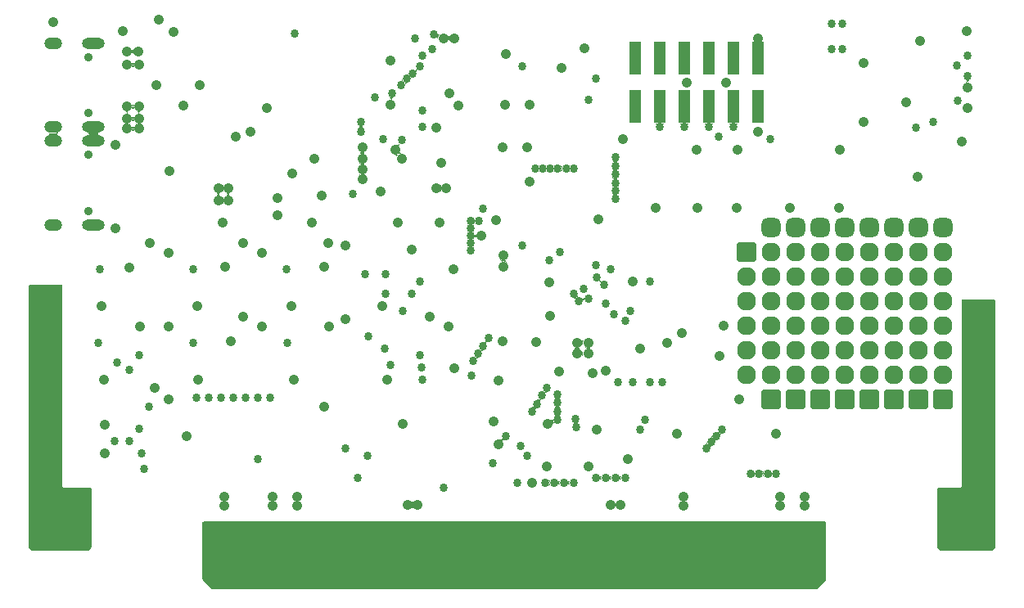
<source format=gbs>
G04 #@! TF.GenerationSoftware,KiCad,Pcbnew,(6.0.7)*
G04 #@! TF.CreationDate,2022-08-14T23:11:47+02:00*
G04 #@! TF.ProjectId,picocart64_v2,7069636f-6361-4727-9436-345f76322e6b,rev?*
G04 #@! TF.SameCoordinates,Original*
G04 #@! TF.FileFunction,Soldermask,Bot*
G04 #@! TF.FilePolarity,Negative*
%FSLAX46Y46*%
G04 Gerber Fmt 4.6, Leading zero omitted, Abs format (unit mm)*
G04 Created by KiCad (PCBNEW (6.0.7)) date 2022-08-14 23:11:47*
%MOMM*%
%LPD*%
G01*
G04 APERTURE LIST*
G04 Aperture macros list*
%AMRoundRect*
0 Rectangle with rounded corners*
0 $1 Rounding radius*
0 $2 $3 $4 $5 $6 $7 $8 $9 X,Y pos of 4 corners*
0 Add a 4 corners polygon primitive as box body*
4,1,4,$2,$3,$4,$5,$6,$7,$8,$9,$2,$3,0*
0 Add four circle primitives for the rounded corners*
1,1,$1+$1,$2,$3*
1,1,$1+$1,$4,$5*
1,1,$1+$1,$6,$7*
1,1,$1+$1,$8,$9*
0 Add four rect primitives between the rounded corners*
20,1,$1+$1,$2,$3,$4,$5,0*
20,1,$1+$1,$4,$5,$6,$7,0*
20,1,$1+$1,$6,$7,$8,$9,0*
20,1,$1+$1,$8,$9,$2,$3,0*%
G04 Aperture macros list end*
%ADD10C,0.910000*%
%ADD11O,1.860000X1.260000*%
%ADD12O,2.360000X1.160000*%
%ADD13C,2.760000*%
%ADD14O,1.960000X1.960000*%
%ADD15RoundRect,0.130000X-0.850000X-0.850000X0.850000X-0.850000X0.850000X0.850000X-0.850000X0.850000X0*%
%ADD16RoundRect,0.555000X-0.425000X-0.425000X0.425000X-0.425000X0.425000X0.425000X-0.425000X0.425000X0*%
%ADD17RoundRect,0.130000X-0.500000X1.575000X-0.500000X-1.575000X0.500000X-1.575000X0.500000X1.575000X0*%
%ADD18C,1.060000*%
%ADD19C,0.860000*%
G04 APERTURE END LIST*
D10*
X106204000Y-64964600D03*
X106204000Y-70744600D03*
D11*
X102524000Y-72174600D03*
D12*
X106704000Y-63534600D03*
D11*
X102524000Y-63534600D03*
D12*
X106704000Y-72174600D03*
D10*
X106212600Y-75060800D03*
X106212600Y-80840800D03*
D11*
X102532600Y-82270800D03*
X102532600Y-73630800D03*
D12*
X106712600Y-73630800D03*
X106712600Y-82270800D03*
D13*
X102850000Y-112600000D03*
X197650000Y-112600000D03*
D14*
X174257000Y-97777000D03*
X174257000Y-95237000D03*
X174257000Y-92697000D03*
X174257000Y-90157000D03*
X174257000Y-87617000D03*
D15*
X174257000Y-85077000D03*
X179337000Y-100317000D03*
X194577000Y-100317000D03*
X176797000Y-100317000D03*
X181877000Y-100317000D03*
X186957000Y-100317000D03*
X192037000Y-100317000D03*
X184417000Y-100317000D03*
X189497000Y-100317000D03*
D16*
X181877000Y-82537000D03*
X179337000Y-82537000D03*
X184417000Y-82537000D03*
X194577000Y-82537000D03*
X176797000Y-82537000D03*
X186957000Y-82537000D03*
X192037000Y-82537000D03*
X189497000Y-82537000D03*
D14*
X176797000Y-92697000D03*
X192037000Y-95237000D03*
X186957000Y-92697000D03*
X184417000Y-95237000D03*
X176797000Y-85077000D03*
X194577000Y-87617000D03*
X184417000Y-87617000D03*
X194577000Y-90157000D03*
X189497000Y-97777000D03*
X179337000Y-87617000D03*
X194577000Y-92697000D03*
X189497000Y-87617000D03*
X189497000Y-92697000D03*
X181877000Y-95237000D03*
X189497000Y-95237000D03*
X184417000Y-92697000D03*
X189497000Y-90157000D03*
X179337000Y-90157000D03*
X192037000Y-90157000D03*
X186957000Y-90157000D03*
X181877000Y-87617000D03*
X181877000Y-97777000D03*
X179337000Y-95237000D03*
X179337000Y-97777000D03*
X181877000Y-92697000D03*
X179337000Y-92697000D03*
X184417000Y-85077000D03*
X192037000Y-92697000D03*
X179337000Y-85077000D03*
X186957000Y-97777000D03*
X184417000Y-90157000D03*
X192037000Y-85077000D03*
X186957000Y-87617000D03*
X181877000Y-90157000D03*
X184417000Y-97777000D03*
X186957000Y-85077000D03*
X181877000Y-85077000D03*
X176797000Y-87617000D03*
X176797000Y-95237000D03*
X192037000Y-87617000D03*
X176797000Y-90157000D03*
X176797000Y-97777000D03*
X189497000Y-85077000D03*
X194577000Y-95237000D03*
X192037000Y-97777000D03*
X194577000Y-97777000D03*
X186957000Y-95237000D03*
X194577000Y-85077000D03*
D17*
X162700000Y-65026000D03*
X162700000Y-70076000D03*
X165240000Y-65026000D03*
X165240000Y-70076000D03*
X167780000Y-65026000D03*
X167780000Y-70076000D03*
X170320000Y-65026000D03*
X170320000Y-70076000D03*
X172860000Y-65026000D03*
X172860000Y-70076000D03*
X175400000Y-65026000D03*
X175400000Y-70076000D03*
D18*
X173311000Y-74519000D03*
X169120000Y-74519000D03*
X158909200Y-81758000D03*
X130569000Y-101079000D03*
X148603000Y-105016000D03*
X153556000Y-107302000D03*
X157874000Y-107302000D03*
X161938000Y-106540000D03*
X177305000Y-103873000D03*
X173495000Y-100317000D03*
X167018000Y-103873000D03*
X148603000Y-98412000D03*
X144031000Y-97142000D03*
X138189000Y-82029000D03*
X129299000Y-82029000D03*
X120028000Y-82029000D03*
X130315000Y-79235000D03*
X129553000Y-75425000D03*
X136411000Y-78854000D03*
X151778000Y-77838000D03*
X148349000Y-81775000D03*
X146825000Y-83426000D03*
X110376000Y-86728000D03*
X107836000Y-102984000D03*
X116345000Y-104127000D03*
X152032000Y-108953000D03*
X148095000Y-102603000D03*
X138697000Y-102857000D03*
X120917000Y-94348000D03*
X130569000Y-86601000D03*
X120282000Y-86601000D03*
X114541600Y-76695000D03*
X124600000Y-70218000D03*
X137427000Y-65265000D03*
X155080000Y-66027000D03*
X183909000Y-74536000D03*
X190767000Y-69583000D03*
X191910000Y-77330000D03*
X183782000Y-80505000D03*
X173241000Y-80505000D03*
X169177000Y-80505000D03*
X164859000Y-80505000D03*
X142507000Y-82029000D03*
D19*
X150508000Y-108953000D03*
D18*
X140221000Y-111239000D03*
X139205000Y-111239000D03*
X152518000Y-94453000D03*
X110200000Y-72341400D03*
X110200000Y-71341400D03*
X111400000Y-71341400D03*
X111400000Y-72341400D03*
X102108000Y-105156000D03*
X180250000Y-111350000D03*
X180250000Y-110400000D03*
X177750000Y-111350000D03*
X177750000Y-110400000D03*
X167750000Y-110400000D03*
X167750000Y-111350000D03*
X127750000Y-111350000D03*
X127750000Y-110400000D03*
X149365000Y-64630000D03*
X142126000Y-72250000D03*
X139586000Y-84823000D03*
X120637600Y-79743000D03*
X125235000Y-110395916D03*
X114948000Y-62344000D03*
X102502000Y-61328000D03*
X198000000Y-108000000D03*
X107836000Y-105905000D03*
X127464000Y-98285000D03*
X142126000Y-78473000D03*
X144412000Y-69964000D03*
X107779000Y-98285000D03*
X110179000Y-64341400D03*
X121399600Y-73139000D03*
X120637600Y-78473000D03*
X158763000Y-103492000D03*
X141491000Y-91808000D03*
X161430000Y-73393000D03*
X168034000Y-67551000D03*
X143142000Y-78473000D03*
X151778000Y-69837000D03*
X172098000Y-67551000D03*
X122949000Y-72631000D03*
X125235000Y-111345916D03*
X111379000Y-64341400D03*
X127210000Y-90665000D03*
X197117000Y-70218000D03*
X153810000Y-88252000D03*
X166002000Y-94475000D03*
X134506000Y-77584000D03*
X167526000Y-93459000D03*
X153683000Y-102857000D03*
X109741000Y-62217000D03*
X117431000Y-90665000D03*
X119621600Y-79743000D03*
X148984000Y-94348000D03*
X111519000Y-92824000D03*
X122187000Y-84188000D03*
D19*
X135776000Y-69075000D03*
D18*
X108979000Y-74028000D03*
X157874000Y-94475000D03*
X159652000Y-97396000D03*
X157874000Y-95618000D03*
X171463000Y-95872000D03*
X120231200Y-110390600D03*
X107525000Y-90665000D03*
X120231200Y-111340600D03*
X122187000Y-91808000D03*
D19*
X184163000Y-64122000D03*
D18*
X156731000Y-95618000D03*
X186322000Y-71615000D03*
X157493000Y-63995000D03*
X186322000Y-65519000D03*
X196482000Y-73647000D03*
X162446000Y-88125000D03*
X175400000Y-72631000D03*
X119621600Y-78473000D03*
X131077000Y-92824000D03*
X130950000Y-84188000D03*
X134506000Y-75425000D03*
X137116000Y-98285000D03*
X134506000Y-74282000D03*
X198000000Y-109000000D03*
D19*
X112408000Y-101079000D03*
D18*
X113170000Y-67805000D03*
X151524000Y-74282000D03*
X192164000Y-63233000D03*
X117558000Y-98285000D03*
D19*
X183020000Y-64122000D03*
D18*
X144031000Y-62979000D03*
X136538000Y-90665000D03*
X112535000Y-84188000D03*
X134506000Y-76568000D03*
X156731000Y-94475000D03*
X108979000Y-82664000D03*
X102108000Y-106680000D03*
X196990000Y-62217000D03*
X142888000Y-62979000D03*
X114440000Y-85204000D03*
X143904000Y-86855000D03*
X138570000Y-75425000D03*
X143396000Y-92824000D03*
D19*
X184163000Y-61455000D03*
X139967000Y-62979000D03*
D18*
X153937000Y-91681000D03*
X114440000Y-100317000D03*
X125743000Y-79489000D03*
X142689063Y-75899500D03*
X163208000Y-95104500D03*
X137427000Y-69837000D03*
X132728000Y-92062000D03*
X149238000Y-69837000D03*
X124092000Y-85204000D03*
X149111000Y-86601000D03*
X143523000Y-68694000D03*
D19*
X111900000Y-107556000D03*
D18*
X114440000Y-92824000D03*
X175400000Y-62979000D03*
X158300619Y-97667019D03*
X154894290Y-97495738D03*
X137935000Y-74536000D03*
D19*
X183020000Y-61455000D03*
D18*
X125743000Y-81267000D03*
X124092000Y-92824000D03*
X113424000Y-61074000D03*
X197117000Y-68059000D03*
X149144500Y-85458000D03*
X148984000Y-74282000D03*
X132729855Y-84442530D03*
X115964000Y-69938600D03*
X117722100Y-67805000D03*
X110200000Y-65741400D03*
X111400000Y-70041400D03*
X110200000Y-70041400D03*
X111400000Y-65741400D03*
D19*
X197117000Y-64757000D03*
X160668000Y-76187000D03*
X195974000Y-65773000D03*
X160668000Y-75272600D03*
X197117000Y-66916000D03*
X160668000Y-78727000D03*
X196101000Y-69456000D03*
X160668000Y-79616000D03*
X193561000Y-71615000D03*
X160668000Y-77965000D03*
X191783000Y-72250000D03*
X160668000Y-77076000D03*
D18*
X161176000Y-111239000D03*
X127267000Y-76949000D03*
X160241000Y-111252000D03*
D19*
X174638000Y-108064000D03*
X175527000Y-108064000D03*
X176416000Y-108064000D03*
X177305000Y-108064000D03*
X162446000Y-98539000D03*
X160541000Y-91554000D03*
X159652000Y-90411000D03*
X160922000Y-98539000D03*
X158636000Y-108445000D03*
X159652000Y-108445000D03*
X160668000Y-108445000D03*
X161684000Y-108445000D03*
X150895500Y-105143000D03*
X134379000Y-71615000D03*
X160160000Y-86855000D03*
X151524000Y-106159000D03*
X140729000Y-70472000D03*
X153429000Y-108953000D03*
X154318000Y-108953000D03*
X155334000Y-108953000D03*
X156350000Y-108953000D03*
X154699000Y-102476000D03*
X170066000Y-105397000D03*
X170574000Y-104762000D03*
X154699000Y-101587000D03*
X171082000Y-104127000D03*
X154699000Y-100698000D03*
X154699000Y-99809000D03*
X171717000Y-103492000D03*
X163218500Y-103492000D03*
X156604000Y-103238000D03*
X163716000Y-102476000D03*
X156594500Y-102349000D03*
X161684000Y-92189000D03*
X164224000Y-98539000D03*
X162192000Y-91173000D03*
X165494000Y-98539000D03*
X142888000Y-109461000D03*
X147968000Y-106921000D03*
X158763000Y-87738000D03*
X149365000Y-104127000D03*
X134379000Y-72631000D03*
X145809000Y-97904000D03*
X146571000Y-81902000D03*
X146952000Y-80632000D03*
X127521000Y-62471000D03*
X145682000Y-81902000D03*
X136792000Y-95110002D03*
X136919000Y-87363000D03*
X137427000Y-96761000D03*
X108852000Y-104635000D03*
X145936000Y-96380000D03*
X109106000Y-96507000D03*
X136919000Y-89395000D03*
X145682000Y-82664000D03*
X138697000Y-91173000D03*
D18*
X113043000Y-99174000D03*
D19*
X146444000Y-95618000D03*
X140729000Y-98285000D03*
X145682000Y-83426000D03*
X111646000Y-105905000D03*
X140602000Y-97015000D03*
X145682000Y-84188000D03*
X139586000Y-89395000D03*
X110376000Y-104635000D03*
X110376000Y-97269000D03*
X146952000Y-94856000D03*
X145682000Y-84950000D03*
X140475000Y-88125000D03*
X111392000Y-103365000D03*
X111392000Y-95745000D03*
X140475000Y-95745000D03*
X147587000Y-93967000D03*
X107328000Y-86855000D03*
X117361000Y-100190000D03*
X107201000Y-94475000D03*
X118631000Y-100190000D03*
X119901000Y-100190000D03*
X116980000Y-86855000D03*
X116980000Y-94475000D03*
X121171000Y-100190000D03*
X122441000Y-100190000D03*
X126632000Y-86855000D03*
X123711000Y-100190000D03*
X126759000Y-94475000D03*
X134760000Y-87363000D03*
X124981000Y-100190000D03*
X154699000Y-76441000D03*
X151016000Y-65900000D03*
X157880500Y-89903000D03*
X153556000Y-99174000D03*
X153937000Y-76441000D03*
X157401000Y-88887000D03*
X140475000Y-65900000D03*
X153048000Y-99936000D03*
X156858000Y-90157000D03*
X153175000Y-76441000D03*
X152540000Y-100825000D03*
X139713000Y-66662000D03*
X139078000Y-67170000D03*
X152032000Y-101587000D03*
X156397500Y-89395000D03*
X152413000Y-76441000D03*
X158636000Y-67170000D03*
X157874000Y-69329000D03*
X176670000Y-73393000D03*
D18*
X178702000Y-80505000D03*
D19*
X156350000Y-76441000D03*
X155588000Y-76441000D03*
D18*
X171844000Y-92697000D03*
D19*
X137554000Y-68694000D03*
X171336000Y-73139000D03*
X159525000Y-88506000D03*
X135014000Y-106159000D03*
X133998000Y-108445000D03*
X133490000Y-79091500D03*
X132728000Y-105397000D03*
X164224000Y-88125000D03*
X172860000Y-72123000D03*
X138564285Y-67810715D03*
X165240000Y-72123000D03*
X158636000Y-86474000D03*
X138570000Y-73520000D03*
X154953000Y-85077000D03*
X140729000Y-64757000D03*
X136665000Y-73393000D03*
X153810000Y-85966000D03*
X140729500Y-72123000D03*
X151016000Y-84442000D03*
X135141000Y-93840000D03*
X123711000Y-106540000D03*
X170320000Y-72123000D03*
X167780000Y-72123000D03*
X141872000Y-62598000D03*
X141745000Y-64122000D03*
G36*
X103442121Y-88520002D02*
G01*
X103488614Y-88573658D01*
X103500000Y-88626000D01*
X103500000Y-109481885D01*
X103504475Y-109497124D01*
X103505865Y-109498329D01*
X103513548Y-109500000D01*
X103520838Y-109500000D01*
X103588959Y-109520002D01*
X103635452Y-109573658D01*
X103645556Y-109643932D01*
X103616062Y-109708512D01*
X103556336Y-109746896D01*
X103539329Y-109750636D01*
X103531018Y-109751869D01*
X103518709Y-109753081D01*
X103503094Y-109753848D01*
X103496912Y-109754000D01*
X100126000Y-109754000D01*
X100057879Y-109733998D01*
X100011386Y-109680342D01*
X100000000Y-109628000D01*
X100000000Y-88626000D01*
X100020002Y-88557879D01*
X100073658Y-88511386D01*
X100126000Y-88500000D01*
X103374000Y-88500000D01*
X103442121Y-88520002D01*
G37*
G36*
X199942121Y-90020002D02*
G01*
X199988614Y-90073658D01*
X200000000Y-90126000D01*
X200000000Y-109628000D01*
X199979998Y-109696121D01*
X199926342Y-109742614D01*
X199874000Y-109754000D01*
X196503088Y-109754000D01*
X196496906Y-109753848D01*
X196481291Y-109753081D01*
X196468982Y-109751869D01*
X196460671Y-109750636D01*
X196396223Y-109720854D01*
X196358108Y-109660956D01*
X196358426Y-109589960D01*
X196397077Y-109530407D01*
X196461790Y-109501203D01*
X196479162Y-109500000D01*
X196481885Y-109500000D01*
X196497124Y-109495525D01*
X196498329Y-109494135D01*
X196500000Y-109486452D01*
X196500000Y-90126000D01*
X196520002Y-90057879D01*
X196573658Y-90011386D01*
X196626000Y-90000000D01*
X199874000Y-90000000D01*
X199942121Y-90020002D01*
G37*
G36*
X182442121Y-113020002D02*
G01*
X182488614Y-113073658D01*
X182500000Y-113126000D01*
X182500000Y-118947810D01*
X182479998Y-119015931D01*
X182463095Y-119036905D01*
X181536905Y-119963095D01*
X181474593Y-119997121D01*
X181447810Y-120000000D01*
X119052190Y-120000000D01*
X118984069Y-119979998D01*
X118963095Y-119963095D01*
X118036905Y-119036905D01*
X118002879Y-118974593D01*
X118000000Y-118947810D01*
X118000000Y-113126000D01*
X118020002Y-113057879D01*
X118073658Y-113011386D01*
X118126000Y-113000000D01*
X182374000Y-113000000D01*
X182442121Y-113020002D01*
G37*
G36*
X199942121Y-109266002D02*
G01*
X199988614Y-109319658D01*
X200000000Y-109372000D01*
X200000000Y-115491742D01*
X199998922Y-115508188D01*
X199985128Y-115612963D01*
X199976615Y-115644735D01*
X199939361Y-115734674D01*
X199922914Y-115763160D01*
X199863651Y-115840393D01*
X199840393Y-115863651D01*
X199763160Y-115922914D01*
X199734674Y-115939361D01*
X199644735Y-115976615D01*
X199612963Y-115985128D01*
X199508188Y-115998922D01*
X199491742Y-116000000D01*
X194508258Y-116000000D01*
X194491812Y-115998922D01*
X194387037Y-115985128D01*
X194355265Y-115976615D01*
X194265326Y-115939361D01*
X194236840Y-115922914D01*
X194159607Y-115863651D01*
X194136349Y-115840393D01*
X194077086Y-115763160D01*
X194060639Y-115734674D01*
X194023385Y-115644735D01*
X194014872Y-115612963D01*
X194001078Y-115508188D01*
X194000000Y-115491742D01*
X194000000Y-109626000D01*
X194020002Y-109557879D01*
X194073658Y-109511386D01*
X194126000Y-109500000D01*
X196481885Y-109500000D01*
X196497124Y-109495525D01*
X196498329Y-109494135D01*
X196500000Y-109486452D01*
X196500000Y-109372000D01*
X196520002Y-109303879D01*
X196573658Y-109257386D01*
X196626000Y-109246000D01*
X199874000Y-109246000D01*
X199942121Y-109266002D01*
G37*
G36*
X103442121Y-109266002D02*
G01*
X103488614Y-109319658D01*
X103500000Y-109372000D01*
X103500000Y-109481885D01*
X103504475Y-109497124D01*
X103505865Y-109498329D01*
X103513548Y-109500000D01*
X106374000Y-109500000D01*
X106442121Y-109520002D01*
X106488614Y-109573658D01*
X106500000Y-109626000D01*
X106500000Y-115491742D01*
X106498922Y-115508188D01*
X106485128Y-115612963D01*
X106476615Y-115644735D01*
X106439361Y-115734674D01*
X106422914Y-115763160D01*
X106363651Y-115840393D01*
X106340393Y-115863651D01*
X106263160Y-115922914D01*
X106234674Y-115939361D01*
X106144735Y-115976615D01*
X106112963Y-115985128D01*
X106008188Y-115998922D01*
X105991742Y-116000000D01*
X100508258Y-116000000D01*
X100491812Y-115998922D01*
X100387037Y-115985128D01*
X100355265Y-115976615D01*
X100265326Y-115939361D01*
X100236840Y-115922914D01*
X100159607Y-115863651D01*
X100136349Y-115840393D01*
X100077086Y-115763160D01*
X100060639Y-115734674D01*
X100023385Y-115644735D01*
X100014872Y-115612963D01*
X100001078Y-115508188D01*
X100000000Y-115491742D01*
X100000000Y-109372000D01*
X100020002Y-109303879D01*
X100073658Y-109257386D01*
X100126000Y-109246000D01*
X103374000Y-109246000D01*
X103442121Y-109266002D01*
G37*
G36*
X182480771Y-112993068D02*
G01*
X182499430Y-112998068D01*
X182500718Y-112999356D01*
X182501000Y-112999356D01*
X182501932Y-113000570D01*
X182506932Y-113019231D01*
X182507000Y-113019749D01*
X182507000Y-118980253D01*
X182506932Y-118980771D01*
X182501932Y-118999432D01*
X182501510Y-118999854D01*
X182501535Y-118999879D01*
X182501535Y-119000915D01*
X182499000Y-119010375D01*
X182498654Y-119011075D01*
X182498167Y-119011709D01*
X182497995Y-119011905D01*
X181518916Y-119990984D01*
X181518502Y-119991302D01*
X181501769Y-120000963D01*
X181501169Y-120000963D01*
X181501169Y-120001000D01*
X181500437Y-120001732D01*
X181491957Y-120006628D01*
X181491219Y-120006879D01*
X181490431Y-120006983D01*
X181490169Y-120007000D01*
X119019749Y-120007000D01*
X119019231Y-120006932D01*
X119000571Y-120001932D01*
X119000146Y-120001507D01*
X119000119Y-120001533D01*
X118999083Y-120001533D01*
X118989625Y-119998999D01*
X118988926Y-119998654D01*
X118988290Y-119998166D01*
X118988093Y-119997993D01*
X118009016Y-119018916D01*
X118008698Y-119018502D01*
X117999037Y-119001769D01*
X117999037Y-119001169D01*
X117999000Y-119001169D01*
X117998268Y-119000437D01*
X117997599Y-118999279D01*
X118002000Y-118999279D01*
X118002183Y-118999355D01*
X119000904Y-119998076D01*
X119001089Y-119998000D01*
X181499279Y-119998000D01*
X181499355Y-119997817D01*
X182498076Y-118999096D01*
X182498000Y-118998914D01*
X182498000Y-113002000D01*
X118002000Y-113002000D01*
X118002000Y-118999279D01*
X117997599Y-118999279D01*
X117993372Y-118991957D01*
X117993121Y-118991219D01*
X117993017Y-118990431D01*
X117993000Y-118990169D01*
X117993000Y-113019749D01*
X117993068Y-113019231D01*
X117998068Y-113000570D01*
X117999356Y-112999282D01*
X117999356Y-112999000D01*
X118000570Y-112998068D01*
X118019231Y-112993068D01*
X118019749Y-112993000D01*
X182480253Y-112993000D01*
X182480771Y-112993068D01*
G37*
G36*
X199980771Y-89993068D02*
G01*
X199999430Y-89998068D01*
X200000718Y-89999356D01*
X200001000Y-89999356D01*
X200001932Y-90000570D01*
X200006932Y-90019231D01*
X200007000Y-90019749D01*
X200007000Y-115495088D01*
X200006996Y-115495219D01*
X200006312Y-115505649D01*
X200006299Y-115505779D01*
X199991186Y-115620576D01*
X199991135Y-115620833D01*
X199985751Y-115640926D01*
X199985667Y-115641173D01*
X199943243Y-115743595D01*
X199943127Y-115743830D01*
X199932727Y-115761842D01*
X199932582Y-115762060D01*
X199865089Y-115850018D01*
X199864916Y-115850214D01*
X199850214Y-115864916D01*
X199850018Y-115865089D01*
X199762060Y-115932582D01*
X199761842Y-115932727D01*
X199743830Y-115943127D01*
X199743595Y-115943243D01*
X199641173Y-115985667D01*
X199640926Y-115985751D01*
X199620833Y-115991135D01*
X199620576Y-115991186D01*
X199505779Y-116006299D01*
X199505649Y-116006312D01*
X199495219Y-116006996D01*
X199495088Y-116007000D01*
X194504912Y-116007000D01*
X194504781Y-116006996D01*
X194494351Y-116006312D01*
X194494221Y-116006299D01*
X194379424Y-115991186D01*
X194379167Y-115991135D01*
X194359074Y-115985751D01*
X194358827Y-115985667D01*
X194256405Y-115943243D01*
X194256170Y-115943127D01*
X194238158Y-115932727D01*
X194237940Y-115932582D01*
X194149982Y-115865089D01*
X194149786Y-115864916D01*
X194135084Y-115850214D01*
X194134911Y-115850018D01*
X194067418Y-115762060D01*
X194067273Y-115761842D01*
X194056873Y-115743830D01*
X194056757Y-115743595D01*
X194014333Y-115641173D01*
X194014249Y-115640926D01*
X194008865Y-115620833D01*
X194008814Y-115620576D01*
X193993701Y-115505779D01*
X193993688Y-115505649D01*
X193993309Y-115499868D01*
X194002000Y-115499868D01*
X194018986Y-115628888D01*
X194068733Y-115748990D01*
X194147874Y-115852126D01*
X194251010Y-115931267D01*
X194371112Y-115981014D01*
X194500132Y-115998000D01*
X199499868Y-115998000D01*
X199628888Y-115981014D01*
X199748990Y-115931267D01*
X199852126Y-115852126D01*
X199931267Y-115748990D01*
X199981014Y-115628888D01*
X199998000Y-115499868D01*
X199998000Y-90002000D01*
X196502000Y-90002000D01*
X196502000Y-109500000D01*
X196501000Y-109501732D01*
X196500000Y-109502000D01*
X194002000Y-109502000D01*
X194002000Y-115499868D01*
X193993309Y-115499868D01*
X193993004Y-115495219D01*
X193993000Y-115495088D01*
X193993000Y-109519749D01*
X193993068Y-109519231D01*
X193998068Y-109500570D01*
X193999356Y-109499282D01*
X193999356Y-109499000D01*
X194000570Y-109498068D01*
X194019231Y-109493068D01*
X194019749Y-109493000D01*
X196344737Y-109493000D01*
X196418967Y-109473110D01*
X196473110Y-109418967D01*
X196493000Y-109344737D01*
X196493000Y-90019749D01*
X196493068Y-90019231D01*
X196498068Y-90000570D01*
X196499356Y-89999282D01*
X196499356Y-89999000D01*
X196500570Y-89998068D01*
X196519231Y-89993068D01*
X196519749Y-89993000D01*
X199980253Y-89993000D01*
X199980771Y-89993068D01*
G37*
G36*
X103480771Y-88493068D02*
G01*
X103499430Y-88498068D01*
X103500718Y-88499356D01*
X103501000Y-88499356D01*
X103501932Y-88500570D01*
X103506932Y-88519231D01*
X103507000Y-88519749D01*
X103507000Y-109344737D01*
X103526890Y-109418967D01*
X103581034Y-109473110D01*
X103655263Y-109493000D01*
X106480253Y-109493000D01*
X106480771Y-109493068D01*
X106499430Y-109498068D01*
X106500718Y-109499356D01*
X106501000Y-109499356D01*
X106501932Y-109500570D01*
X106506932Y-109519231D01*
X106507000Y-109519749D01*
X106507000Y-115495088D01*
X106506996Y-115495219D01*
X106506312Y-115505649D01*
X106506299Y-115505779D01*
X106491186Y-115620576D01*
X106491135Y-115620833D01*
X106485751Y-115640926D01*
X106485667Y-115641173D01*
X106443243Y-115743595D01*
X106443127Y-115743830D01*
X106432727Y-115761842D01*
X106432582Y-115762060D01*
X106365089Y-115850018D01*
X106364916Y-115850214D01*
X106350214Y-115864916D01*
X106350018Y-115865089D01*
X106262060Y-115932582D01*
X106261842Y-115932727D01*
X106243830Y-115943127D01*
X106243595Y-115943243D01*
X106141173Y-115985667D01*
X106140926Y-115985751D01*
X106120833Y-115991135D01*
X106120576Y-115991186D01*
X106005779Y-116006299D01*
X106005649Y-116006312D01*
X105995219Y-116006996D01*
X105995088Y-116007000D01*
X100504912Y-116007000D01*
X100504781Y-116006996D01*
X100494351Y-116006312D01*
X100494221Y-116006299D01*
X100379424Y-115991186D01*
X100379167Y-115991135D01*
X100359074Y-115985751D01*
X100358827Y-115985667D01*
X100256405Y-115943243D01*
X100256170Y-115943127D01*
X100238158Y-115932727D01*
X100237940Y-115932582D01*
X100149982Y-115865089D01*
X100149786Y-115864916D01*
X100135084Y-115850214D01*
X100134911Y-115850018D01*
X100067418Y-115762060D01*
X100067273Y-115761842D01*
X100056873Y-115743830D01*
X100056757Y-115743595D01*
X100014333Y-115641173D01*
X100014249Y-115640926D01*
X100008865Y-115620833D01*
X100008814Y-115620576D01*
X99993701Y-115505779D01*
X99993688Y-115505649D01*
X99993309Y-115499868D01*
X100002000Y-115499868D01*
X100018986Y-115628888D01*
X100068733Y-115748990D01*
X100147874Y-115852126D01*
X100251010Y-115931267D01*
X100371112Y-115981014D01*
X100500132Y-115998000D01*
X105999868Y-115998000D01*
X106128888Y-115981014D01*
X106248990Y-115931267D01*
X106352126Y-115852126D01*
X106431267Y-115748990D01*
X106481014Y-115628888D01*
X106498000Y-115499868D01*
X106498000Y-109502000D01*
X103500000Y-109502000D01*
X103498268Y-109501000D01*
X103498000Y-109500000D01*
X103498000Y-88502000D01*
X100002000Y-88502000D01*
X100002000Y-115499868D01*
X99993309Y-115499868D01*
X99993004Y-115495219D01*
X99993000Y-115495088D01*
X99993000Y-88519749D01*
X99993068Y-88519231D01*
X99998068Y-88500570D01*
X99999356Y-88499282D01*
X99999356Y-88499000D01*
X100000570Y-88498068D01*
X100019231Y-88493068D01*
X100019749Y-88493000D01*
X103480253Y-88493000D01*
X103480771Y-88493068D01*
G37*
G36*
X139714587Y-111384470D02*
G01*
X139714848Y-111384923D01*
X139763753Y-111502990D01*
X139832911Y-111593119D01*
X139833172Y-111595102D01*
X139831585Y-111596320D01*
X139829978Y-111595816D01*
X139812550Y-111579958D01*
X139744266Y-111544713D01*
X139667776Y-111548321D01*
X139603159Y-111589803D01*
X139597273Y-111597073D01*
X139597018Y-111597335D01*
X139590703Y-111602728D01*
X139588736Y-111603092D01*
X139587437Y-111601571D01*
X139587817Y-111599989D01*
X139662247Y-111502990D01*
X139711152Y-111384923D01*
X139712739Y-111383705D01*
X139714587Y-111384470D01*
G37*
G36*
X139836805Y-110878693D02*
G01*
X139836429Y-110880296D01*
X139763753Y-110975010D01*
X139714848Y-111093077D01*
X139713261Y-111094295D01*
X139711413Y-111093530D01*
X139711152Y-111093077D01*
X139662247Y-110975010D01*
X139591326Y-110882584D01*
X139591065Y-110880601D01*
X139592652Y-110879383D01*
X139594243Y-110879873D01*
X139614485Y-110897908D01*
X139683140Y-110932437D01*
X139759586Y-110928030D01*
X139811771Y-110893751D01*
X139813768Y-110893636D01*
X139814376Y-110894108D01*
X139814460Y-110894204D01*
X139833527Y-110877571D01*
X139835490Y-110877186D01*
X139836805Y-110878693D01*
G37*
G36*
X153756545Y-108678046D02*
G01*
X153816890Y-108724351D01*
X153892808Y-108734346D01*
X153963681Y-108704990D01*
X153987608Y-108681063D01*
X153989540Y-108680545D01*
X153990954Y-108681959D01*
X153990521Y-108683801D01*
X153960291Y-108718030D01*
X153908721Y-108827870D01*
X153890052Y-108947772D01*
X153905786Y-109068092D01*
X153954657Y-109179160D01*
X153993352Y-109225194D01*
X153993701Y-109227163D01*
X153992170Y-109228450D01*
X153990603Y-109228068D01*
X153930110Y-109181649D01*
X153854192Y-109171654D01*
X153783319Y-109201010D01*
X153762450Y-109221879D01*
X153760518Y-109222397D01*
X153759104Y-109220983D01*
X153759553Y-109219123D01*
X153783811Y-109192323D01*
X153836720Y-109083119D01*
X153856874Y-108963329D01*
X153856998Y-108953131D01*
X153839777Y-108832881D01*
X153789552Y-108722417D01*
X153753812Y-108680939D01*
X153753439Y-108678974D01*
X153754954Y-108677668D01*
X153756545Y-108678046D01*
G37*
G36*
X154968885Y-108732269D02*
G01*
X154968847Y-108733884D01*
X154924721Y-108827870D01*
X154906052Y-108947772D01*
X154921786Y-109068092D01*
X154965842Y-109168217D01*
X154965624Y-109170205D01*
X154963793Y-109171010D01*
X154962424Y-109170240D01*
X154950075Y-109154146D01*
X154948948Y-109154294D01*
X154948127Y-109153665D01*
X154916051Y-109111863D01*
X154845307Y-109082561D01*
X154769389Y-109092557D01*
X154708529Y-109139258D01*
X154693948Y-109164513D01*
X154693803Y-109164730D01*
X154685056Y-109176130D01*
X154683208Y-109176896D01*
X154681621Y-109175678D01*
X154681669Y-109174041D01*
X154725720Y-109083119D01*
X154745874Y-108963329D01*
X154745998Y-108953131D01*
X154728777Y-108832881D01*
X154684650Y-108735828D01*
X154684844Y-108733837D01*
X154686664Y-108733009D01*
X154688058Y-108733782D01*
X154701925Y-108751854D01*
X154703052Y-108751706D01*
X154703873Y-108752335D01*
X154735949Y-108794137D01*
X154806693Y-108823439D01*
X154882611Y-108813443D01*
X154943471Y-108766742D01*
X154958052Y-108741487D01*
X154958197Y-108741270D01*
X154965450Y-108731817D01*
X154967298Y-108731051D01*
X154968885Y-108732269D01*
G37*
G36*
X155984885Y-108732269D02*
G01*
X155984847Y-108733884D01*
X155940721Y-108827870D01*
X155922052Y-108947772D01*
X155937786Y-109068092D01*
X155981842Y-109168217D01*
X155981624Y-109170205D01*
X155979793Y-109171010D01*
X155978424Y-109170240D01*
X155966075Y-109154146D01*
X155964948Y-109154294D01*
X155964127Y-109153665D01*
X155932051Y-109111863D01*
X155861307Y-109082561D01*
X155785389Y-109092557D01*
X155724529Y-109139258D01*
X155709948Y-109164513D01*
X155709803Y-109164730D01*
X155701056Y-109176130D01*
X155699208Y-109176896D01*
X155697621Y-109175678D01*
X155697669Y-109174041D01*
X155741720Y-109083119D01*
X155761874Y-108963329D01*
X155761998Y-108953131D01*
X155744777Y-108832881D01*
X155700650Y-108735828D01*
X155700844Y-108733837D01*
X155702664Y-108733009D01*
X155704058Y-108733782D01*
X155717925Y-108751854D01*
X155719052Y-108751706D01*
X155719873Y-108752335D01*
X155751949Y-108794137D01*
X155822693Y-108823439D01*
X155898611Y-108813443D01*
X155959471Y-108766742D01*
X155974052Y-108741487D01*
X155974197Y-108741270D01*
X155981450Y-108731817D01*
X155983298Y-108731051D01*
X155984885Y-108732269D01*
G37*
G36*
X161318885Y-108224269D02*
G01*
X161318847Y-108225884D01*
X161274721Y-108319870D01*
X161256052Y-108439772D01*
X161271786Y-108560092D01*
X161315842Y-108660217D01*
X161315624Y-108662205D01*
X161313793Y-108663010D01*
X161312424Y-108662240D01*
X161300075Y-108646146D01*
X161298948Y-108646294D01*
X161298127Y-108645665D01*
X161266051Y-108603863D01*
X161195307Y-108574561D01*
X161119389Y-108584557D01*
X161058529Y-108631258D01*
X161043948Y-108656513D01*
X161043803Y-108656730D01*
X161035056Y-108668130D01*
X161033208Y-108668896D01*
X161031621Y-108667678D01*
X161031669Y-108666041D01*
X161075720Y-108575119D01*
X161095874Y-108455329D01*
X161095998Y-108445131D01*
X161078777Y-108324881D01*
X161034649Y-108227827D01*
X161034843Y-108225836D01*
X161036663Y-108225008D01*
X161038057Y-108225781D01*
X161051925Y-108243854D01*
X161053052Y-108243706D01*
X161053873Y-108244335D01*
X161085949Y-108286137D01*
X161156693Y-108315439D01*
X161232611Y-108305443D01*
X161293471Y-108258742D01*
X161308052Y-108233487D01*
X161308197Y-108233270D01*
X161315450Y-108223817D01*
X161317298Y-108223051D01*
X161318885Y-108224269D01*
G37*
G36*
X159286885Y-108224269D02*
G01*
X159286847Y-108225884D01*
X159242721Y-108319870D01*
X159224052Y-108439772D01*
X159239786Y-108560092D01*
X159283842Y-108660217D01*
X159283624Y-108662205D01*
X159281793Y-108663010D01*
X159280424Y-108662240D01*
X159268075Y-108646146D01*
X159266948Y-108646294D01*
X159266127Y-108645665D01*
X159234051Y-108603863D01*
X159163307Y-108574561D01*
X159087389Y-108584557D01*
X159026529Y-108631258D01*
X159011948Y-108656513D01*
X159011803Y-108656730D01*
X159003056Y-108668130D01*
X159001208Y-108668896D01*
X158999621Y-108667678D01*
X158999669Y-108666041D01*
X159043720Y-108575119D01*
X159063874Y-108455329D01*
X159063998Y-108445131D01*
X159046777Y-108324881D01*
X159002649Y-108227827D01*
X159002843Y-108225836D01*
X159004663Y-108225008D01*
X159006057Y-108225781D01*
X159019925Y-108243854D01*
X159021052Y-108243706D01*
X159021873Y-108244335D01*
X159053949Y-108286137D01*
X159124693Y-108315439D01*
X159200611Y-108305443D01*
X159261471Y-108258742D01*
X159276052Y-108233487D01*
X159276197Y-108233270D01*
X159283450Y-108223817D01*
X159285298Y-108223051D01*
X159286885Y-108224269D01*
G37*
G36*
X160302885Y-108224269D02*
G01*
X160302847Y-108225884D01*
X160258721Y-108319870D01*
X160240052Y-108439772D01*
X160255786Y-108560092D01*
X160299842Y-108660217D01*
X160299624Y-108662205D01*
X160297793Y-108663010D01*
X160296424Y-108662240D01*
X160284075Y-108646146D01*
X160282948Y-108646294D01*
X160282127Y-108645665D01*
X160250051Y-108603863D01*
X160179307Y-108574561D01*
X160103389Y-108584557D01*
X160042529Y-108631258D01*
X160027948Y-108656513D01*
X160027803Y-108656730D01*
X160019056Y-108668130D01*
X160017208Y-108668896D01*
X160015621Y-108667678D01*
X160015669Y-108666041D01*
X160059720Y-108575119D01*
X160079874Y-108455329D01*
X160079998Y-108445131D01*
X160062777Y-108324881D01*
X160018649Y-108227827D01*
X160018843Y-108225836D01*
X160020663Y-108225008D01*
X160022057Y-108225781D01*
X160035925Y-108243854D01*
X160037052Y-108243706D01*
X160037873Y-108244335D01*
X160069949Y-108286137D01*
X160140693Y-108315439D01*
X160216611Y-108305443D01*
X160277471Y-108258742D01*
X160292052Y-108233487D01*
X160292197Y-108233270D01*
X160299450Y-108223817D01*
X160301298Y-108223051D01*
X160302885Y-108224269D01*
G37*
G36*
X176743545Y-107789046D02*
G01*
X176803890Y-107835351D01*
X176879808Y-107845346D01*
X176950681Y-107815990D01*
X176974608Y-107792063D01*
X176976540Y-107791545D01*
X176977954Y-107792959D01*
X176977521Y-107794801D01*
X176947291Y-107829030D01*
X176895721Y-107938870D01*
X176877052Y-108058772D01*
X176892786Y-108179092D01*
X176941657Y-108290160D01*
X176980352Y-108336194D01*
X176980701Y-108338163D01*
X176979170Y-108339450D01*
X176977603Y-108339068D01*
X176917110Y-108292649D01*
X176841192Y-108282654D01*
X176770319Y-108312010D01*
X176749450Y-108332879D01*
X176747518Y-108333397D01*
X176746104Y-108331983D01*
X176746553Y-108330123D01*
X176770811Y-108303323D01*
X176823720Y-108194119D01*
X176843874Y-108074329D01*
X176843998Y-108064131D01*
X176826777Y-107943881D01*
X176776552Y-107833417D01*
X176740812Y-107791939D01*
X176740439Y-107789974D01*
X176741954Y-107788668D01*
X176743545Y-107789046D01*
G37*
G36*
X174965545Y-107789046D02*
G01*
X175025890Y-107835351D01*
X175101808Y-107845346D01*
X175172681Y-107815990D01*
X175196608Y-107792063D01*
X175198540Y-107791545D01*
X175199954Y-107792959D01*
X175199521Y-107794801D01*
X175169291Y-107829030D01*
X175117721Y-107938870D01*
X175099052Y-108058772D01*
X175114786Y-108179092D01*
X175163657Y-108290160D01*
X175202352Y-108336194D01*
X175202701Y-108338163D01*
X175201170Y-108339450D01*
X175199603Y-108339068D01*
X175139110Y-108292649D01*
X175063192Y-108282654D01*
X174992319Y-108312010D01*
X174971450Y-108332879D01*
X174969518Y-108333397D01*
X174968104Y-108331983D01*
X174968553Y-108330123D01*
X174992811Y-108303323D01*
X175045720Y-108194119D01*
X175065874Y-108074329D01*
X175065998Y-108064131D01*
X175048777Y-107943881D01*
X174998552Y-107833417D01*
X174962812Y-107791939D01*
X174962439Y-107789974D01*
X174963954Y-107788668D01*
X174965545Y-107789046D01*
G37*
G36*
X175854545Y-107789046D02*
G01*
X175914890Y-107835351D01*
X175990808Y-107845346D01*
X176061681Y-107815990D01*
X176085608Y-107792063D01*
X176087540Y-107791545D01*
X176088954Y-107792959D01*
X176088521Y-107794801D01*
X176058291Y-107829030D01*
X176006721Y-107938870D01*
X175988052Y-108058772D01*
X176003786Y-108179092D01*
X176052657Y-108290160D01*
X176091352Y-108336194D01*
X176091701Y-108338163D01*
X176090170Y-108339450D01*
X176088603Y-108339068D01*
X176028110Y-108292649D01*
X175952192Y-108282654D01*
X175881319Y-108312010D01*
X175860450Y-108332879D01*
X175858518Y-108333397D01*
X175857104Y-108331983D01*
X175857553Y-108330123D01*
X175881811Y-108303323D01*
X175934720Y-108194119D01*
X175954874Y-108074329D01*
X175954998Y-108064131D01*
X175937777Y-107943881D01*
X175887552Y-107833417D01*
X175851812Y-107791939D01*
X175851439Y-107789974D01*
X175852954Y-107788668D01*
X175854545Y-107789046D01*
G37*
G36*
X170425414Y-105159431D02*
G01*
X170505572Y-105184474D01*
X170609712Y-105186383D01*
X170611425Y-105187415D01*
X170611388Y-105189415D01*
X170610440Y-105190231D01*
X170547602Y-105216259D01*
X170500987Y-105277010D01*
X170491299Y-105350592D01*
X170490081Y-105352179D01*
X170488098Y-105351918D01*
X170487336Y-105350615D01*
X170476777Y-105276881D01*
X170426551Y-105166415D01*
X170423303Y-105162645D01*
X170422930Y-105160681D01*
X170424445Y-105159375D01*
X170425414Y-105159431D01*
G37*
G36*
X170151971Y-104806557D02*
G01*
X170152736Y-104807885D01*
X170161786Y-104877092D01*
X170210657Y-104988160D01*
X170217475Y-104996271D01*
X170217824Y-104998240D01*
X170216293Y-104999527D01*
X170215371Y-104999474D01*
X170129260Y-104973721D01*
X170029125Y-104973109D01*
X170027399Y-104972098D01*
X170027411Y-104970098D01*
X170028372Y-104969261D01*
X170092398Y-104942741D01*
X170139013Y-104881990D01*
X170148770Y-104807883D01*
X170149988Y-104806296D01*
X170151971Y-104806557D01*
G37*
G36*
X148986780Y-104319349D02*
G01*
X149001658Y-104353162D01*
X149079738Y-104446049D01*
X149180750Y-104513289D01*
X149270211Y-104541238D01*
X149271566Y-104542709D01*
X149270970Y-104544618D01*
X149269354Y-104545130D01*
X149253781Y-104543080D01*
X149253277Y-104542945D01*
X149245627Y-104539777D01*
X149169438Y-104529745D01*
X149098694Y-104559046D01*
X149052078Y-104619797D01*
X149042078Y-104695743D01*
X149062166Y-104748076D01*
X149061853Y-104750052D01*
X149059986Y-104750768D01*
X149058712Y-104750011D01*
X148976340Y-104642660D01*
X148866990Y-104558753D01*
X148770143Y-104518638D01*
X148768925Y-104517051D01*
X148769690Y-104515203D01*
X148771395Y-104514850D01*
X148808695Y-104524219D01*
X148809338Y-104521660D01*
X148810730Y-104520224D01*
X148811725Y-104520198D01*
X148853597Y-104529792D01*
X148926789Y-104507284D01*
X148978921Y-104451195D01*
X148996043Y-104376471D01*
X148984859Y-104325164D01*
X148983101Y-104320921D01*
X148983362Y-104318938D01*
X148985210Y-104318172D01*
X148986780Y-104319349D01*
G37*
G36*
X170933414Y-104524431D02*
G01*
X171013572Y-104549474D01*
X171117712Y-104551383D01*
X171119425Y-104552415D01*
X171119388Y-104554415D01*
X171118440Y-104555231D01*
X171055602Y-104581259D01*
X171008987Y-104642010D01*
X170999299Y-104715592D01*
X170998081Y-104717179D01*
X170996098Y-104716918D01*
X170995336Y-104715615D01*
X170984777Y-104641881D01*
X170934551Y-104531415D01*
X170931303Y-104527645D01*
X170930930Y-104525681D01*
X170932445Y-104524375D01*
X170933414Y-104524431D01*
G37*
G36*
X170659971Y-104171557D02*
G01*
X170660736Y-104172885D01*
X170669786Y-104242092D01*
X170718657Y-104353160D01*
X170725475Y-104361271D01*
X170725824Y-104363240D01*
X170724293Y-104364527D01*
X170723371Y-104364474D01*
X170637260Y-104338721D01*
X170537125Y-104338109D01*
X170535399Y-104337098D01*
X170535411Y-104335098D01*
X170536372Y-104334261D01*
X170600398Y-104307741D01*
X170647013Y-104246990D01*
X170656770Y-104172883D01*
X170657988Y-104171296D01*
X170659971Y-104171557D01*
G37*
G36*
X171296039Y-103540203D02*
G01*
X171304786Y-103607092D01*
X171353657Y-103718160D01*
X171431738Y-103811049D01*
X171532750Y-103878289D01*
X171648572Y-103914474D01*
X171660055Y-103914685D01*
X171661768Y-103915717D01*
X171661731Y-103917717D01*
X171660279Y-103918668D01*
X171597051Y-103926992D01*
X171536300Y-103973607D01*
X171506944Y-104044479D01*
X171506944Y-104077731D01*
X171505944Y-104079463D01*
X171503944Y-104079463D01*
X171502964Y-104078015D01*
X171492777Y-104006881D01*
X171442552Y-103896417D01*
X171363342Y-103804490D01*
X171261517Y-103738490D01*
X171145260Y-103703721D01*
X171143562Y-103703711D01*
X171141836Y-103702701D01*
X171141848Y-103700701D01*
X171143313Y-103699728D01*
X171201949Y-103692008D01*
X171262700Y-103645393D01*
X171292056Y-103574521D01*
X171292056Y-103540462D01*
X171293056Y-103538730D01*
X171295056Y-103538730D01*
X171296039Y-103540203D01*
G37*
G36*
X154287432Y-102361551D02*
G01*
X154287821Y-102363076D01*
X154271052Y-102470772D01*
X154286786Y-102591092D01*
X154335657Y-102702160D01*
X154413738Y-102795049D01*
X154440445Y-102812827D01*
X154441333Y-102814619D01*
X154440225Y-102816284D01*
X154438572Y-102816340D01*
X154372968Y-102789165D01*
X154297050Y-102799160D01*
X154236294Y-102845779D01*
X154207363Y-102914603D01*
X154205770Y-102915812D01*
X154203926Y-102915037D01*
X154203536Y-102913567D01*
X154210983Y-102857000D01*
X154192992Y-102720348D01*
X154140247Y-102593010D01*
X154056339Y-102483658D01*
X154043762Y-102474008D01*
X154042996Y-102472160D01*
X154044214Y-102470573D01*
X154045878Y-102470634D01*
X154104874Y-102500305D01*
X154181321Y-102495898D01*
X154245321Y-102453858D01*
X154279832Y-102385238D01*
X154281610Y-102374731D01*
X154282920Y-102364780D01*
X154283055Y-102364275D01*
X154283997Y-102362002D01*
X154285584Y-102360785D01*
X154287432Y-102361551D01*
G37*
G36*
X156865849Y-102683054D02*
G01*
X156865437Y-102684326D01*
X156827900Y-102733246D01*
X156817905Y-102809164D01*
X156847262Y-102880037D01*
X156864477Y-102897252D01*
X156864995Y-102899184D01*
X156863581Y-102900598D01*
X156861975Y-102900344D01*
X156783517Y-102849490D01*
X156667260Y-102814721D01*
X156545916Y-102813980D01*
X156429241Y-102847326D01*
X156334597Y-102907043D01*
X156332599Y-102907122D01*
X156331532Y-102905431D01*
X156331943Y-102904134D01*
X156370600Y-102853754D01*
X156380595Y-102777836D01*
X156351238Y-102706963D01*
X156332699Y-102688424D01*
X156332181Y-102686492D01*
X156333595Y-102685078D01*
X156335221Y-102685345D01*
X156410250Y-102735289D01*
X156526072Y-102771474D01*
X156647399Y-102773698D01*
X156764475Y-102741779D01*
X156862804Y-102681404D01*
X156864803Y-102681350D01*
X156865849Y-102683054D01*
G37*
G36*
X154436416Y-101921145D02*
G01*
X154514750Y-101973289D01*
X154630572Y-102009474D01*
X154751899Y-102011698D01*
X154868975Y-101979779D01*
X154963611Y-101921672D01*
X154965610Y-101921618D01*
X154966656Y-101923322D01*
X154966244Y-101924594D01*
X154927650Y-101974892D01*
X154917655Y-102050810D01*
X154947012Y-102121682D01*
X154962618Y-102137288D01*
X154963136Y-102139220D01*
X154961722Y-102140634D01*
X154960116Y-102140380D01*
X154878517Y-102087490D01*
X154762260Y-102052721D01*
X154640916Y-102051980D01*
X154524241Y-102085326D01*
X154433383Y-102142654D01*
X154431385Y-102142733D01*
X154430318Y-102141042D01*
X154430729Y-102139746D01*
X154470350Y-102088109D01*
X154480345Y-102012190D01*
X154450988Y-101941318D01*
X154433894Y-101924224D01*
X154433376Y-101922292D01*
X154434790Y-101920878D01*
X154436416Y-101921145D01*
G37*
G36*
X152137962Y-100963219D02*
G01*
X152176657Y-101051160D01*
X152254738Y-101144049D01*
X152355750Y-101211289D01*
X152471572Y-101247474D01*
X152559886Y-101249093D01*
X152561599Y-101250125D01*
X152561562Y-101252125D01*
X152560110Y-101253076D01*
X152557953Y-101253360D01*
X152486957Y-101282767D01*
X152440342Y-101343518D01*
X152430329Y-101419572D01*
X152437069Y-101444728D01*
X152436551Y-101446660D01*
X152434619Y-101447178D01*
X152433316Y-101446074D01*
X152392552Y-101356417D01*
X152313342Y-101264490D01*
X152211517Y-101198490D01*
X152095260Y-101163721D01*
X152009918Y-101163200D01*
X152008192Y-101162189D01*
X152008204Y-101160189D01*
X152009669Y-101159217D01*
X152014047Y-101158640D01*
X152085043Y-101129233D01*
X152131658Y-101068482D01*
X152141671Y-100992428D01*
X152134199Y-100964542D01*
X152134717Y-100962610D01*
X152136649Y-100962092D01*
X152137962Y-100963219D01*
G37*
G36*
X154436416Y-101032145D02*
G01*
X154514750Y-101084289D01*
X154630572Y-101120474D01*
X154751899Y-101122698D01*
X154868975Y-101090779D01*
X154963611Y-101032672D01*
X154965610Y-101032618D01*
X154966656Y-101034322D01*
X154966244Y-101035594D01*
X154927650Y-101085892D01*
X154917655Y-101161810D01*
X154947012Y-101232682D01*
X154962618Y-101248288D01*
X154963136Y-101250220D01*
X154961722Y-101251634D01*
X154960116Y-101251380D01*
X154878517Y-101198490D01*
X154762260Y-101163721D01*
X154640916Y-101162980D01*
X154524241Y-101196326D01*
X154433383Y-101253654D01*
X154431385Y-101253733D01*
X154430318Y-101252042D01*
X154430729Y-101250746D01*
X154470350Y-101199109D01*
X154480345Y-101123190D01*
X154450988Y-101052318D01*
X154433894Y-101035224D01*
X154433376Y-101033292D01*
X154434790Y-101031878D01*
X154436416Y-101032145D01*
G37*
G36*
X152692197Y-100171130D02*
G01*
X152762738Y-100255049D01*
X152863750Y-100322289D01*
X152979572Y-100358474D01*
X153067881Y-100360093D01*
X153069594Y-100361125D01*
X153069557Y-100363125D01*
X153068105Y-100364076D01*
X153048262Y-100366688D01*
X153047740Y-100366688D01*
X153045014Y-100366329D01*
X152968826Y-100376360D01*
X152908074Y-100422975D01*
X152878771Y-100493718D01*
X152888784Y-100569774D01*
X152897377Y-100584658D01*
X152897377Y-100586658D01*
X152895645Y-100587658D01*
X152894130Y-100586964D01*
X152821342Y-100502490D01*
X152719517Y-100436490D01*
X152603260Y-100401721D01*
X152517923Y-100401200D01*
X152516197Y-100400189D01*
X152516209Y-100398189D01*
X152517674Y-100397217D01*
X152539738Y-100394312D01*
X152540260Y-100394312D01*
X152542986Y-100394671D01*
X152619174Y-100384640D01*
X152679926Y-100338025D01*
X152709229Y-100267282D01*
X152699216Y-100191226D01*
X152688934Y-100173417D01*
X152688934Y-100171417D01*
X152690666Y-100170417D01*
X152692197Y-100171130D01*
G37*
G36*
X154436416Y-100143145D02*
G01*
X154514750Y-100195289D01*
X154630572Y-100231474D01*
X154751899Y-100233698D01*
X154868975Y-100201779D01*
X154963611Y-100143672D01*
X154965610Y-100143618D01*
X154966656Y-100145322D01*
X154966244Y-100146594D01*
X154927650Y-100196892D01*
X154917655Y-100272810D01*
X154947012Y-100343682D01*
X154962618Y-100359288D01*
X154963136Y-100361220D01*
X154961722Y-100362634D01*
X154960116Y-100362380D01*
X154878517Y-100309490D01*
X154762260Y-100274721D01*
X154640916Y-100273980D01*
X154524241Y-100307326D01*
X154433383Y-100364654D01*
X154431385Y-100364733D01*
X154430318Y-100363042D01*
X154430729Y-100361746D01*
X154470350Y-100310109D01*
X154480345Y-100234190D01*
X154450988Y-100163318D01*
X154433894Y-100146224D01*
X154433376Y-100144292D01*
X154434790Y-100142878D01*
X154436416Y-100143145D01*
G37*
G36*
X153153962Y-99312219D02*
G01*
X153192657Y-99400160D01*
X153270738Y-99493049D01*
X153371750Y-99560289D01*
X153487572Y-99596474D01*
X153575886Y-99598093D01*
X153577599Y-99599125D01*
X153577562Y-99601125D01*
X153576110Y-99602076D01*
X153573953Y-99602360D01*
X153502957Y-99631767D01*
X153456342Y-99692518D01*
X153446329Y-99768572D01*
X153453069Y-99793728D01*
X153452551Y-99795660D01*
X153450619Y-99796178D01*
X153449316Y-99795074D01*
X153408552Y-99705417D01*
X153329342Y-99613490D01*
X153227517Y-99547490D01*
X153111260Y-99512721D01*
X153025918Y-99512200D01*
X153024192Y-99511189D01*
X153024204Y-99509189D01*
X153025669Y-99508217D01*
X153030047Y-99507640D01*
X153101043Y-99478233D01*
X153147658Y-99417482D01*
X153157671Y-99341428D01*
X153150199Y-99313542D01*
X153150717Y-99311610D01*
X153152649Y-99311092D01*
X153153962Y-99312219D01*
G37*
G36*
X146041962Y-95756219D02*
G01*
X146080657Y-95844160D01*
X146158738Y-95937049D01*
X146259750Y-96004289D01*
X146375572Y-96040474D01*
X146463886Y-96042093D01*
X146465599Y-96043125D01*
X146465562Y-96045125D01*
X146464110Y-96046076D01*
X146461953Y-96046360D01*
X146390957Y-96075767D01*
X146344342Y-96136518D01*
X146334329Y-96212572D01*
X146341069Y-96237728D01*
X146340551Y-96239660D01*
X146338619Y-96240178D01*
X146337316Y-96239074D01*
X146296552Y-96149417D01*
X146217342Y-96057490D01*
X146115517Y-95991490D01*
X145999260Y-95956721D01*
X145913918Y-95956200D01*
X145912192Y-95955189D01*
X145912204Y-95953189D01*
X145913669Y-95952217D01*
X145918047Y-95951640D01*
X145989043Y-95922233D01*
X146035658Y-95861482D01*
X146045671Y-95785428D01*
X146038199Y-95757542D01*
X146038717Y-95755610D01*
X146040649Y-95755092D01*
X146041962Y-95756219D01*
G37*
G36*
X157189105Y-95348629D02*
G01*
X157238624Y-95390922D01*
X157313918Y-95404877D01*
X157386180Y-95379287D01*
X157413198Y-95352549D01*
X157415133Y-95352042D01*
X157416540Y-95353463D01*
X157416453Y-95354736D01*
X157364008Y-95481348D01*
X157346017Y-95618000D01*
X157364008Y-95754652D01*
X157416754Y-95881992D01*
X157419170Y-95885141D01*
X157419431Y-95887124D01*
X157417844Y-95888341D01*
X157416268Y-95887865D01*
X157368153Y-95845891D01*
X157293011Y-95831148D01*
X157220483Y-95855980D01*
X157191563Y-95884005D01*
X157189623Y-95884492D01*
X157188231Y-95883056D01*
X157188323Y-95881804D01*
X157240992Y-95754652D01*
X157258983Y-95618000D01*
X157240992Y-95481348D01*
X157188247Y-95354010D01*
X157186219Y-95351368D01*
X157185958Y-95349385D01*
X157187545Y-95348167D01*
X157189105Y-95348629D01*
G37*
G36*
X146549962Y-94994219D02*
G01*
X146588657Y-95082160D01*
X146666738Y-95175049D01*
X146767750Y-95242289D01*
X146883572Y-95278474D01*
X146971886Y-95280093D01*
X146973599Y-95281125D01*
X146973562Y-95283125D01*
X146972110Y-95284076D01*
X146969953Y-95284360D01*
X146898957Y-95313767D01*
X146852342Y-95374518D01*
X146842329Y-95450572D01*
X146849069Y-95475728D01*
X146848551Y-95477660D01*
X146846619Y-95478178D01*
X146845316Y-95477074D01*
X146804552Y-95387417D01*
X146725342Y-95295490D01*
X146623517Y-95229490D01*
X146507260Y-95194721D01*
X146421918Y-95194200D01*
X146420192Y-95193189D01*
X146420204Y-95191189D01*
X146421669Y-95190217D01*
X146426047Y-95189640D01*
X146497043Y-95160233D01*
X146543658Y-95099482D01*
X146553671Y-95023428D01*
X146546199Y-94995542D01*
X146546717Y-94993610D01*
X146548649Y-94993092D01*
X146549962Y-94994219D01*
G37*
G36*
X157057857Y-94887790D02*
G01*
X157057173Y-94889572D01*
X157012583Y-94927656D01*
X157012886Y-94929296D01*
X157012331Y-94930121D01*
X156972048Y-94966011D01*
X156948003Y-95038713D01*
X156963530Y-95113695D01*
X157013997Y-95170341D01*
X157014287Y-95171742D01*
X157016018Y-95171864D01*
X157026474Y-95178047D01*
X157033788Y-95181920D01*
X157034182Y-95182195D01*
X157063266Y-95208108D01*
X157063894Y-95210007D01*
X157062564Y-95211500D01*
X157060718Y-95211188D01*
X157013782Y-95175173D01*
X157013080Y-95173477D01*
X157012910Y-95173629D01*
X157011286Y-95173258D01*
X156994990Y-95160753D01*
X156867652Y-95108008D01*
X156731000Y-95090017D01*
X156594348Y-95108008D01*
X156467010Y-95160753D01*
X156404177Y-95208966D01*
X156402194Y-95209227D01*
X156400976Y-95207640D01*
X156401644Y-95205872D01*
X156432399Y-95179043D01*
X156432797Y-95178773D01*
X156435269Y-95177497D01*
X156492106Y-95125777D01*
X156515386Y-95052829D01*
X156499071Y-94978012D01*
X156450333Y-94924452D01*
X156449907Y-94922498D01*
X156451386Y-94921152D01*
X156453030Y-94921519D01*
X156467010Y-94932247D01*
X156594348Y-94984992D01*
X156731000Y-95002983D01*
X156867652Y-94984992D01*
X156994990Y-94932247D01*
X157054656Y-94886464D01*
X157056639Y-94886203D01*
X157057857Y-94887790D01*
G37*
G36*
X158200857Y-94887790D02*
G01*
X158200173Y-94889572D01*
X158155583Y-94927656D01*
X158155886Y-94929296D01*
X158155331Y-94930121D01*
X158115048Y-94966011D01*
X158091003Y-95038713D01*
X158106530Y-95113695D01*
X158156997Y-95170341D01*
X158157287Y-95171742D01*
X158159018Y-95171864D01*
X158169474Y-95178047D01*
X158176788Y-95181920D01*
X158177182Y-95182195D01*
X158206266Y-95208108D01*
X158206894Y-95210007D01*
X158205564Y-95211500D01*
X158203718Y-95211188D01*
X158156782Y-95175173D01*
X158156080Y-95173477D01*
X158155910Y-95173629D01*
X158154286Y-95173258D01*
X158137990Y-95160753D01*
X158010652Y-95108008D01*
X157874000Y-95090017D01*
X157737348Y-95108008D01*
X157610010Y-95160753D01*
X157547175Y-95208968D01*
X157545192Y-95209229D01*
X157543974Y-95207642D01*
X157544642Y-95205874D01*
X157575399Y-95179043D01*
X157575797Y-95178773D01*
X157578269Y-95177497D01*
X157635106Y-95125777D01*
X157658386Y-95052829D01*
X157642071Y-94978012D01*
X157593333Y-94924452D01*
X157592907Y-94922498D01*
X157594386Y-94921152D01*
X157596030Y-94921519D01*
X157610010Y-94932247D01*
X157737348Y-94984992D01*
X157874000Y-95002983D01*
X158010652Y-94984992D01*
X158137990Y-94932247D01*
X158197656Y-94886464D01*
X158199639Y-94886203D01*
X158200857Y-94887790D01*
G37*
G36*
X157189105Y-94205629D02*
G01*
X157238624Y-94247922D01*
X157313918Y-94261877D01*
X157386180Y-94236287D01*
X157413198Y-94209549D01*
X157415133Y-94209042D01*
X157416540Y-94210463D01*
X157416453Y-94211736D01*
X157364008Y-94338348D01*
X157346017Y-94475000D01*
X157364008Y-94611652D01*
X157416754Y-94738992D01*
X157419170Y-94742141D01*
X157419431Y-94744124D01*
X157417844Y-94745341D01*
X157416268Y-94744865D01*
X157368153Y-94702891D01*
X157293011Y-94688148D01*
X157220483Y-94712980D01*
X157191563Y-94741005D01*
X157189623Y-94741492D01*
X157188231Y-94740056D01*
X157188323Y-94738804D01*
X157240992Y-94611652D01*
X157258983Y-94475000D01*
X157240992Y-94338348D01*
X157188247Y-94211010D01*
X157186219Y-94208368D01*
X157185958Y-94206385D01*
X157187545Y-94205167D01*
X157189105Y-94205629D01*
G37*
G36*
X147243035Y-94216213D02*
G01*
X147301738Y-94286049D01*
X147402750Y-94353289D01*
X147492213Y-94381239D01*
X147493568Y-94382710D01*
X147492972Y-94384619D01*
X147491356Y-94385131D01*
X147456371Y-94380525D01*
X147456197Y-94380548D01*
X147399495Y-94373082D01*
X147328750Y-94402383D01*
X147282134Y-94463134D01*
X147272138Y-94539051D01*
X147298849Y-94603540D01*
X147298588Y-94605523D01*
X147296740Y-94606288D01*
X147295486Y-94605611D01*
X147233342Y-94533490D01*
X147131517Y-94467490D01*
X147044488Y-94441462D01*
X147043115Y-94440008D01*
X147043688Y-94438092D01*
X147045322Y-94437563D01*
X147082629Y-94442475D01*
X147082803Y-94442452D01*
X147139505Y-94449918D01*
X147210250Y-94420617D01*
X147256866Y-94359866D01*
X147266862Y-94283949D01*
X147239656Y-94218265D01*
X147239917Y-94216282D01*
X147241765Y-94215517D01*
X147243035Y-94216213D01*
G37*
G36*
X157462925Y-89825822D02*
G01*
X157463487Y-89827544D01*
X157452552Y-89897772D01*
X157468286Y-90018092D01*
X157517157Y-90129160D01*
X157542146Y-90158888D01*
X157542495Y-90160857D01*
X157540964Y-90162144D01*
X157539397Y-90161762D01*
X157481806Y-90117571D01*
X157405888Y-90107576D01*
X157335144Y-90136879D01*
X157288445Y-90197740D01*
X157278661Y-90234253D01*
X157277292Y-90235622D01*
X157277423Y-90235644D01*
X157278132Y-90237447D01*
X157274080Y-90268219D01*
X157273945Y-90268723D01*
X157272049Y-90273300D01*
X157270462Y-90274518D01*
X157268614Y-90273752D01*
X157268229Y-90272203D01*
X157274177Y-90236854D01*
X157275450Y-90235312D01*
X157276720Y-90235526D01*
X157275315Y-90235149D01*
X157274757Y-90233403D01*
X157285874Y-90167329D01*
X157285998Y-90157131D01*
X157268777Y-90036881D01*
X157218552Y-89926417D01*
X157197534Y-89902024D01*
X157197161Y-89900059D01*
X157198676Y-89898753D01*
X157200267Y-89899131D01*
X157256694Y-89942429D01*
X157332612Y-89952424D01*
X157403356Y-89923121D01*
X157450055Y-89862260D01*
X157459579Y-89826718D01*
X157460993Y-89825304D01*
X157462925Y-89825822D01*
G37*
G36*
X156801856Y-89538941D02*
G01*
X156802184Y-89540325D01*
X156793391Y-89607114D01*
X156822694Y-89677857D01*
X156883556Y-89724556D01*
X156902649Y-89729672D01*
X156904063Y-89731086D01*
X156903545Y-89733018D01*
X156902119Y-89733604D01*
X156799916Y-89732980D01*
X156683241Y-89766326D01*
X156580619Y-89831076D01*
X156500291Y-89922030D01*
X156456886Y-90014479D01*
X156455245Y-90015622D01*
X156453435Y-90014772D01*
X156453093Y-90013368D01*
X156462109Y-89944886D01*
X156432806Y-89874143D01*
X156371944Y-89827444D01*
X156350946Y-89821817D01*
X156349532Y-89820403D01*
X156350050Y-89818471D01*
X156351501Y-89817885D01*
X156450399Y-89819698D01*
X156567475Y-89787779D01*
X156670878Y-89724289D01*
X156752311Y-89634323D01*
X156798401Y-89539192D01*
X156800056Y-89538069D01*
X156801856Y-89538941D01*
G37*
G36*
X159148524Y-87920811D02*
G01*
X159148717Y-87922699D01*
X159147082Y-87926647D01*
X159137051Y-88002836D01*
X159166353Y-88073580D01*
X159227104Y-88120196D01*
X159303158Y-88130209D01*
X159331260Y-88122679D01*
X159333192Y-88123197D01*
X159333710Y-88125129D01*
X159332845Y-88126302D01*
X159247619Y-88180076D01*
X159167291Y-88271030D01*
X159143008Y-88322750D01*
X159141367Y-88323893D01*
X159139557Y-88323043D01*
X159139350Y-88321134D01*
X159140918Y-88317350D01*
X159150948Y-88241163D01*
X159121645Y-88170419D01*
X159060894Y-88123804D01*
X158984840Y-88113791D01*
X158955186Y-88121737D01*
X158953254Y-88121219D01*
X158952736Y-88119287D01*
X158953622Y-88118101D01*
X159036378Y-88067289D01*
X159117811Y-87977323D01*
X159145069Y-87921062D01*
X159146724Y-87919939D01*
X159148524Y-87920811D01*
G37*
G36*
X148812069Y-85862731D02*
G01*
X148880510Y-85915247D01*
X149007848Y-85967992D01*
X149144500Y-85985983D01*
X149281152Y-85967992D01*
X149408490Y-85915247D01*
X149419069Y-85907129D01*
X149421052Y-85906868D01*
X149422270Y-85908455D01*
X149421617Y-85910209D01*
X149368366Y-85957655D01*
X149344323Y-86030357D01*
X149359851Y-86105339D01*
X149401681Y-86152288D01*
X149402087Y-86154246D01*
X149402022Y-86154359D01*
X149409240Y-86160791D01*
X149409402Y-86160953D01*
X149410939Y-86162678D01*
X149412020Y-86163317D01*
X149412332Y-86163546D01*
X149443270Y-86191111D01*
X149443898Y-86193010D01*
X149442568Y-86194503D01*
X149440722Y-86194191D01*
X149374990Y-86143753D01*
X149247652Y-86091008D01*
X149111000Y-86073017D01*
X148974348Y-86091008D01*
X148846765Y-86143855D01*
X148846696Y-86143687D01*
X148845206Y-86143898D01*
X148843974Y-86142323D01*
X148844608Y-86140564D01*
X148889279Y-86099915D01*
X148912560Y-86026967D01*
X148896246Y-85952150D01*
X148844553Y-85895341D01*
X148837360Y-85891086D01*
X148837032Y-85890844D01*
X148809505Y-85865797D01*
X148808897Y-85863892D01*
X148810243Y-85862413D01*
X148812069Y-85862731D01*
G37*
G36*
X146052059Y-83206785D02*
G01*
X146054858Y-83210433D01*
X146055119Y-83210885D01*
X146062504Y-83228713D01*
X146109287Y-83289680D01*
X146180031Y-83318982D01*
X146255949Y-83308986D01*
X146316800Y-83262292D01*
X146336056Y-83228120D01*
X146337777Y-83227102D01*
X146339520Y-83228084D01*
X146339646Y-83229867D01*
X146315008Y-83289348D01*
X146297017Y-83426000D01*
X146315008Y-83562652D01*
X146360697Y-83672953D01*
X146360436Y-83674936D01*
X146358588Y-83675701D01*
X146357189Y-83674834D01*
X146352080Y-83667232D01*
X146351862Y-83666803D01*
X146338222Y-83629529D01*
X146294034Y-83566657D01*
X146224579Y-83534417D01*
X146148308Y-83541224D01*
X146085566Y-83585321D01*
X146062354Y-83623648D01*
X146055118Y-83641117D01*
X146054857Y-83641570D01*
X146049056Y-83649130D01*
X146047208Y-83649895D01*
X146045621Y-83648677D01*
X146045669Y-83647040D01*
X146089720Y-83556119D01*
X146109874Y-83436329D01*
X146109998Y-83426131D01*
X146092777Y-83305881D01*
X146048651Y-83208830D01*
X146048845Y-83206839D01*
X146050665Y-83206011D01*
X146052059Y-83206785D01*
G37*
G36*
X146009545Y-81627046D02*
G01*
X146069890Y-81673351D01*
X146145808Y-81683346D01*
X146216681Y-81653990D01*
X146240608Y-81630063D01*
X146242540Y-81629545D01*
X146243954Y-81630959D01*
X146243521Y-81632801D01*
X146213291Y-81667030D01*
X146161721Y-81776870D01*
X146143052Y-81896772D01*
X146158786Y-82017092D01*
X146207657Y-82128160D01*
X146246352Y-82174194D01*
X146246701Y-82176163D01*
X146245170Y-82177450D01*
X146243603Y-82177068D01*
X146183110Y-82130649D01*
X146107192Y-82120654D01*
X146036319Y-82150010D01*
X146015450Y-82170879D01*
X146013518Y-82171397D01*
X146012104Y-82169983D01*
X146012553Y-82168123D01*
X146036811Y-82141323D01*
X146089720Y-82032119D01*
X146109874Y-81912329D01*
X146109998Y-81902129D01*
X146092777Y-81781881D01*
X146042552Y-81671417D01*
X146006812Y-81629939D01*
X146006439Y-81627974D01*
X146007954Y-81626668D01*
X146009545Y-81627046D01*
G37*
G36*
X120131187Y-79888470D02*
G01*
X120131448Y-79888923D01*
X120180353Y-80006990D01*
X120249511Y-80097119D01*
X120249772Y-80099102D01*
X120248185Y-80100320D01*
X120246578Y-80099816D01*
X120229150Y-80083958D01*
X120160866Y-80048713D01*
X120084376Y-80052321D01*
X120019759Y-80093803D01*
X120013873Y-80101073D01*
X120013618Y-80101335D01*
X120007303Y-80106728D01*
X120005336Y-80107092D01*
X120004037Y-80105571D01*
X120004417Y-80103989D01*
X120078847Y-80006990D01*
X120127752Y-79888923D01*
X120129339Y-79887705D01*
X120131187Y-79888470D01*
G37*
G36*
X120253405Y-79382693D02*
G01*
X120253029Y-79384296D01*
X120180353Y-79479010D01*
X120131448Y-79597077D01*
X120129861Y-79598295D01*
X120128013Y-79597530D01*
X120127752Y-79597077D01*
X120078847Y-79479010D01*
X120007926Y-79386584D01*
X120007665Y-79384601D01*
X120009252Y-79383383D01*
X120010843Y-79383873D01*
X120031085Y-79401908D01*
X120099740Y-79436437D01*
X120176186Y-79432030D01*
X120228371Y-79397751D01*
X120230368Y-79397636D01*
X120230976Y-79398108D01*
X120231060Y-79398204D01*
X120250127Y-79381571D01*
X120252090Y-79381186D01*
X120253405Y-79382693D01*
G37*
G36*
X160405416Y-79061145D02*
G01*
X160483750Y-79113289D01*
X160599572Y-79149474D01*
X160720899Y-79151698D01*
X160837975Y-79119779D01*
X160932611Y-79061672D01*
X160934610Y-79061618D01*
X160935656Y-79063322D01*
X160935244Y-79064594D01*
X160896650Y-79114892D01*
X160886655Y-79190810D01*
X160916012Y-79261682D01*
X160931618Y-79277288D01*
X160932136Y-79279220D01*
X160930722Y-79280634D01*
X160929116Y-79280380D01*
X160847517Y-79227490D01*
X160731260Y-79192721D01*
X160609916Y-79191980D01*
X160493241Y-79225326D01*
X160402383Y-79282654D01*
X160400385Y-79282733D01*
X160399318Y-79281042D01*
X160399729Y-79279746D01*
X160439350Y-79228109D01*
X160449345Y-79152190D01*
X160419988Y-79081318D01*
X160402894Y-79064224D01*
X160402376Y-79062292D01*
X160403790Y-79060878D01*
X160405416Y-79061145D01*
G37*
G36*
X120500948Y-78982992D02*
G01*
X120637600Y-79000983D01*
X120774252Y-78982992D01*
X120850799Y-78951285D01*
X120852782Y-78951546D01*
X120853547Y-78953394D01*
X120852463Y-78954920D01*
X120812263Y-78975138D01*
X120754890Y-79026256D01*
X120730846Y-79098958D01*
X120746374Y-79173940D01*
X120797378Y-79231187D01*
X120812479Y-79237814D01*
X120813663Y-79239425D01*
X120813594Y-79239786D01*
X120858686Y-79263661D01*
X120859749Y-79265356D01*
X120858813Y-79267123D01*
X120856985Y-79267277D01*
X120774252Y-79233008D01*
X120637600Y-79215017D01*
X120500948Y-79233008D01*
X120421244Y-79266023D01*
X120419261Y-79265762D01*
X120418496Y-79263914D01*
X120419562Y-79262398D01*
X120464252Y-79239331D01*
X120521091Y-79187611D01*
X120544371Y-79114664D01*
X120528059Y-79039847D01*
X120476449Y-78983129D01*
X120456068Y-78974183D01*
X120455918Y-78974110D01*
X120413569Y-78951116D01*
X120412524Y-78949410D01*
X120413478Y-78947653D01*
X120415288Y-78947510D01*
X120500948Y-78982992D01*
G37*
G36*
X119484948Y-78982992D02*
G01*
X119621600Y-79000983D01*
X119758252Y-78982992D01*
X119834799Y-78951285D01*
X119836782Y-78951546D01*
X119837547Y-78953394D01*
X119836463Y-78954920D01*
X119796263Y-78975138D01*
X119738890Y-79026256D01*
X119714846Y-79098958D01*
X119730374Y-79173940D01*
X119781378Y-79231187D01*
X119796479Y-79237814D01*
X119797663Y-79239425D01*
X119797594Y-79239786D01*
X119842686Y-79263661D01*
X119843749Y-79265356D01*
X119842813Y-79267123D01*
X119840985Y-79267277D01*
X119758252Y-79233008D01*
X119621600Y-79215017D01*
X119484948Y-79233008D01*
X119405244Y-79266023D01*
X119403261Y-79265762D01*
X119402496Y-79263914D01*
X119403562Y-79262398D01*
X119448252Y-79239331D01*
X119505091Y-79187611D01*
X119528371Y-79114664D01*
X119512059Y-79039847D01*
X119460449Y-78983129D01*
X119440068Y-78974183D01*
X119439918Y-78974110D01*
X119397569Y-78951116D01*
X119396524Y-78949410D01*
X119397478Y-78947653D01*
X119399288Y-78947510D01*
X119484948Y-78982992D01*
G37*
G36*
X120131187Y-78618470D02*
G01*
X120131448Y-78618923D01*
X120180353Y-78736990D01*
X120249511Y-78827119D01*
X120249772Y-78829102D01*
X120248185Y-78830320D01*
X120246578Y-78829816D01*
X120229150Y-78813958D01*
X120160866Y-78778713D01*
X120084376Y-78782321D01*
X120019759Y-78823803D01*
X120013873Y-78831073D01*
X120013618Y-78831335D01*
X120007303Y-78836728D01*
X120005336Y-78837092D01*
X120004037Y-78835571D01*
X120004417Y-78833989D01*
X120078847Y-78736990D01*
X120127752Y-78618923D01*
X120129339Y-78617705D01*
X120131187Y-78618470D01*
G37*
G36*
X142635587Y-78618470D02*
G01*
X142635848Y-78618923D01*
X142684753Y-78736990D01*
X142753911Y-78827119D01*
X142754172Y-78829102D01*
X142752585Y-78830320D01*
X142750978Y-78829816D01*
X142733550Y-78813958D01*
X142665266Y-78778713D01*
X142588776Y-78782321D01*
X142524159Y-78823803D01*
X142518273Y-78831073D01*
X142518018Y-78831335D01*
X142511703Y-78836728D01*
X142509736Y-78837092D01*
X142508437Y-78835571D01*
X142508817Y-78833989D01*
X142583247Y-78736990D01*
X142632152Y-78618923D01*
X142633739Y-78617705D01*
X142635587Y-78618470D01*
G37*
G36*
X142757805Y-78112693D02*
G01*
X142757429Y-78114296D01*
X142684753Y-78209010D01*
X142635848Y-78327077D01*
X142634261Y-78328295D01*
X142632413Y-78327530D01*
X142632152Y-78327077D01*
X142583247Y-78209010D01*
X142512326Y-78116584D01*
X142512065Y-78114601D01*
X142513652Y-78113383D01*
X142515243Y-78113873D01*
X142535485Y-78131908D01*
X142604140Y-78166437D01*
X142680586Y-78162030D01*
X142732771Y-78127751D01*
X142734768Y-78127636D01*
X142735376Y-78128108D01*
X142735460Y-78128204D01*
X142754527Y-78111571D01*
X142756490Y-78111186D01*
X142757805Y-78112693D01*
G37*
G36*
X120253405Y-78112693D02*
G01*
X120253029Y-78114296D01*
X120180353Y-78209010D01*
X120131448Y-78327077D01*
X120129861Y-78328295D01*
X120128013Y-78327530D01*
X120127752Y-78327077D01*
X120078847Y-78209010D01*
X120007926Y-78116584D01*
X120007665Y-78114601D01*
X120009252Y-78113383D01*
X120010843Y-78113873D01*
X120031085Y-78131908D01*
X120099740Y-78166437D01*
X120176186Y-78162030D01*
X120228371Y-78127751D01*
X120230368Y-78127636D01*
X120230976Y-78128108D01*
X120231060Y-78128204D01*
X120250127Y-78111571D01*
X120252090Y-78111186D01*
X120253405Y-78112693D01*
G37*
G36*
X160405416Y-77410145D02*
G01*
X160483750Y-77462289D01*
X160599572Y-77498474D01*
X160720899Y-77500698D01*
X160837975Y-77468779D01*
X160932611Y-77410672D01*
X160934610Y-77410618D01*
X160935656Y-77412322D01*
X160935244Y-77413594D01*
X160896650Y-77463892D01*
X160886655Y-77539810D01*
X160916012Y-77610682D01*
X160931618Y-77626288D01*
X160932136Y-77628220D01*
X160930722Y-77629634D01*
X160929116Y-77629380D01*
X160847517Y-77576490D01*
X160731260Y-77541721D01*
X160609916Y-77540980D01*
X160493241Y-77574326D01*
X160402383Y-77631654D01*
X160400385Y-77631733D01*
X160399318Y-77630042D01*
X160399729Y-77628746D01*
X160439350Y-77577109D01*
X160449345Y-77501190D01*
X160419988Y-77430318D01*
X160402894Y-77413224D01*
X160402376Y-77411292D01*
X160403790Y-77409878D01*
X160405416Y-77410145D01*
G37*
G36*
X134169149Y-76969339D02*
G01*
X134242010Y-77025247D01*
X134360077Y-77074152D01*
X134361295Y-77075739D01*
X134360530Y-77077587D01*
X134360077Y-77077848D01*
X134242010Y-77126753D01*
X134163764Y-77186793D01*
X134161781Y-77187054D01*
X134160563Y-77185467D01*
X134160886Y-77184090D01*
X134201267Y-77123999D01*
X134206475Y-77047604D01*
X134172692Y-76978647D01*
X134166502Y-76972325D01*
X134166005Y-76970388D01*
X134167434Y-76968989D01*
X134169149Y-76969339D01*
G37*
G36*
X134852393Y-76965799D02*
G01*
X134852058Y-76967193D01*
X134811204Y-77026637D01*
X134805197Y-77102975D01*
X134838250Y-77172272D01*
X134845505Y-77179680D01*
X134846002Y-77181617D01*
X134844573Y-77183016D01*
X134842858Y-77182666D01*
X134769990Y-77126753D01*
X134651923Y-77077848D01*
X134650705Y-77076261D01*
X134651470Y-77074413D01*
X134651923Y-77074152D01*
X134769990Y-77025247D01*
X134849192Y-76964473D01*
X134851175Y-76964212D01*
X134852393Y-76965799D01*
G37*
G36*
X160405416Y-76521145D02*
G01*
X160483750Y-76573289D01*
X160599572Y-76609474D01*
X160720899Y-76611698D01*
X160837975Y-76579779D01*
X160932611Y-76521672D01*
X160934610Y-76521618D01*
X160935656Y-76523322D01*
X160935244Y-76524594D01*
X160896650Y-76574892D01*
X160886655Y-76650810D01*
X160916012Y-76721682D01*
X160931618Y-76737288D01*
X160932136Y-76739220D01*
X160930722Y-76740634D01*
X160929116Y-76740380D01*
X160847517Y-76687490D01*
X160731260Y-76652721D01*
X160609916Y-76651980D01*
X160493241Y-76685326D01*
X160402383Y-76742654D01*
X160400385Y-76742733D01*
X160399318Y-76741042D01*
X160399729Y-76739746D01*
X160439350Y-76688109D01*
X160449345Y-76612190D01*
X160419988Y-76541318D01*
X160402894Y-76524224D01*
X160402376Y-76522292D01*
X160403790Y-76520878D01*
X160405416Y-76521145D01*
G37*
G36*
X155026545Y-76166046D02*
G01*
X155086890Y-76212351D01*
X155162808Y-76222346D01*
X155233681Y-76192990D01*
X155257608Y-76169063D01*
X155259540Y-76168545D01*
X155260954Y-76169959D01*
X155260521Y-76171801D01*
X155230291Y-76206030D01*
X155178721Y-76315870D01*
X155160052Y-76435772D01*
X155175786Y-76556092D01*
X155224657Y-76667160D01*
X155263352Y-76713194D01*
X155263701Y-76715163D01*
X155262170Y-76716450D01*
X155260603Y-76716068D01*
X155200110Y-76669649D01*
X155124192Y-76659654D01*
X155053319Y-76689010D01*
X155032450Y-76709879D01*
X155030518Y-76710397D01*
X155029104Y-76708983D01*
X155029553Y-76707123D01*
X155053811Y-76680323D01*
X155106720Y-76571119D01*
X155126874Y-76451329D01*
X155126998Y-76441129D01*
X155109777Y-76320881D01*
X155059552Y-76210417D01*
X155023812Y-76168939D01*
X155023439Y-76166974D01*
X155024954Y-76165668D01*
X155026545Y-76166046D01*
G37*
G36*
X134832857Y-75837790D02*
G01*
X134832173Y-75839572D01*
X134787583Y-75877656D01*
X134787886Y-75879296D01*
X134787331Y-75880121D01*
X134747048Y-75916011D01*
X134723003Y-75988713D01*
X134738530Y-76063695D01*
X134788997Y-76120341D01*
X134789287Y-76121742D01*
X134791018Y-76121864D01*
X134801474Y-76128047D01*
X134808788Y-76131920D01*
X134809182Y-76132195D01*
X134838266Y-76158108D01*
X134838894Y-76160007D01*
X134837564Y-76161500D01*
X134835718Y-76161188D01*
X134788782Y-76125173D01*
X134788080Y-76123477D01*
X134787910Y-76123629D01*
X134786286Y-76123258D01*
X134769990Y-76110753D01*
X134642652Y-76058008D01*
X134506000Y-76040017D01*
X134369348Y-76058008D01*
X134242010Y-76110753D01*
X134179177Y-76158966D01*
X134177194Y-76159227D01*
X134175976Y-76157640D01*
X134176644Y-76155872D01*
X134207399Y-76129043D01*
X134207797Y-76128773D01*
X134210269Y-76127497D01*
X134267106Y-76075777D01*
X134290386Y-76002829D01*
X134274071Y-75928012D01*
X134225333Y-75874452D01*
X134224907Y-75872498D01*
X134226386Y-75871152D01*
X134228030Y-75871519D01*
X134242010Y-75882247D01*
X134369348Y-75934992D01*
X134506000Y-75952983D01*
X134642652Y-75934992D01*
X134769990Y-75882247D01*
X134829656Y-75836464D01*
X134831639Y-75836203D01*
X134832857Y-75837790D01*
G37*
G36*
X160416934Y-75614412D02*
G01*
X160483750Y-75658889D01*
X160599572Y-75695074D01*
X160720899Y-75697298D01*
X160837975Y-75665379D01*
X160919742Y-75615173D01*
X160921741Y-75615119D01*
X160922787Y-75616823D01*
X160922375Y-75618095D01*
X160880099Y-75673191D01*
X160870104Y-75749109D01*
X160899461Y-75819982D01*
X160920672Y-75841193D01*
X160921190Y-75843125D01*
X160919776Y-75844539D01*
X160918170Y-75844285D01*
X160847517Y-75798490D01*
X160731260Y-75763721D01*
X160609916Y-75762980D01*
X160493241Y-75796326D01*
X160415577Y-75845329D01*
X160413579Y-75845408D01*
X160412512Y-75843717D01*
X160412923Y-75842420D01*
X160455901Y-75786409D01*
X160465896Y-75710491D01*
X160436539Y-75639618D01*
X160414412Y-75617491D01*
X160413894Y-75615559D01*
X160415308Y-75614145D01*
X160416934Y-75614412D01*
G37*
G36*
X138438605Y-74695911D02*
G01*
X138439004Y-74697369D01*
X138430118Y-74770792D01*
X138460160Y-74841227D01*
X138521454Y-74887250D01*
X138558755Y-74894568D01*
X138560262Y-74895883D01*
X138559877Y-74897846D01*
X138558631Y-74898514D01*
X138433348Y-74915008D01*
X138306010Y-74967753D01*
X138196660Y-75051660D01*
X138112753Y-75161010D01*
X138070919Y-75262007D01*
X138069332Y-75263225D01*
X138067484Y-75262460D01*
X138067083Y-75261023D01*
X138075069Y-75188687D01*
X138044293Y-75118571D01*
X137982509Y-75073186D01*
X137947345Y-75066287D01*
X137945838Y-75064972D01*
X137946223Y-75063009D01*
X137947469Y-75062341D01*
X138071652Y-75045992D01*
X138198990Y-74993247D01*
X138308340Y-74909340D01*
X138392247Y-74799990D01*
X138435170Y-74696364D01*
X138436757Y-74695146D01*
X138438605Y-74695911D01*
G37*
G36*
X134832857Y-74694790D02*
G01*
X134832173Y-74696572D01*
X134787583Y-74734656D01*
X134787886Y-74736296D01*
X134787331Y-74737121D01*
X134747048Y-74773011D01*
X134723003Y-74845713D01*
X134738530Y-74920695D01*
X134788997Y-74977341D01*
X134789287Y-74978742D01*
X134791018Y-74978864D01*
X134801474Y-74985047D01*
X134808788Y-74988920D01*
X134809182Y-74989195D01*
X134838266Y-75015108D01*
X134838894Y-75017007D01*
X134837564Y-75018500D01*
X134835718Y-75018188D01*
X134788782Y-74982173D01*
X134788080Y-74980477D01*
X134787910Y-74980629D01*
X134786286Y-74980258D01*
X134769990Y-74967753D01*
X134642652Y-74915008D01*
X134506000Y-74897017D01*
X134369348Y-74915008D01*
X134242010Y-74967753D01*
X134179177Y-75015966D01*
X134177194Y-75016227D01*
X134175976Y-75014640D01*
X134176644Y-75012872D01*
X134207399Y-74986043D01*
X134207797Y-74985773D01*
X134210269Y-74984497D01*
X134267106Y-74932777D01*
X134290386Y-74859829D01*
X134274071Y-74785012D01*
X134225333Y-74731452D01*
X134224907Y-74729498D01*
X134226386Y-74728152D01*
X134228030Y-74728519D01*
X134242010Y-74739247D01*
X134369348Y-74791992D01*
X134506000Y-74809983D01*
X134642652Y-74791992D01*
X134769990Y-74739247D01*
X134829656Y-74693464D01*
X134831639Y-74693203D01*
X134832857Y-74694790D01*
G37*
G36*
X138248419Y-73795843D02*
G01*
X138284738Y-73839049D01*
X138385750Y-73906289D01*
X138475211Y-73934238D01*
X138476566Y-73935709D01*
X138475970Y-73937618D01*
X138474354Y-73938130D01*
X138461024Y-73936375D01*
X138384836Y-73946406D01*
X138324085Y-73993021D01*
X138294782Y-74063765D01*
X138304782Y-74139724D01*
X138325296Y-74168593D01*
X138325484Y-74170584D01*
X138324799Y-74171399D01*
X138324238Y-74171785D01*
X138357357Y-74219974D01*
X138357514Y-74221968D01*
X138355866Y-74223101D01*
X138354122Y-74222325D01*
X138308340Y-74162660D01*
X138198990Y-74078753D01*
X138094952Y-74035659D01*
X138093734Y-74034072D01*
X138094499Y-74032224D01*
X138095686Y-74031811D01*
X138168392Y-74030668D01*
X138234095Y-73991346D01*
X138271337Y-73924437D01*
X138270132Y-73847796D01*
X138245101Y-73798029D01*
X138245216Y-73796032D01*
X138247003Y-73795133D01*
X138248419Y-73795843D01*
G37*
G36*
X103108767Y-72733017D02*
G01*
X103109504Y-72734876D01*
X103108585Y-72736280D01*
X103096865Y-72743603D01*
X103096463Y-72743796D01*
X103046013Y-72761365D01*
X102982457Y-72804558D01*
X102949131Y-72873500D01*
X102954740Y-72949868D01*
X102997828Y-73013270D01*
X103036210Y-73035788D01*
X103037198Y-73037527D01*
X103036186Y-73039252D01*
X103034701Y-73039450D01*
X102911247Y-73007752D01*
X102832538Y-73002800D01*
X102232724Y-73002800D01*
X102076428Y-73022545D01*
X101949811Y-73072676D01*
X101947833Y-73072383D01*
X101947096Y-73070524D01*
X101948015Y-73069120D01*
X101959735Y-73061797D01*
X101960137Y-73061604D01*
X102010587Y-73044035D01*
X102074143Y-73000842D01*
X102107469Y-72931900D01*
X102101860Y-72855532D01*
X102058772Y-72792130D01*
X102020390Y-72769612D01*
X102019402Y-72767873D01*
X102020414Y-72766148D01*
X102021899Y-72765950D01*
X102145353Y-72797648D01*
X102224062Y-72802600D01*
X102823876Y-72802600D01*
X102980172Y-72782855D01*
X103106789Y-72732724D01*
X103108767Y-72733017D01*
G37*
G36*
X106104132Y-72752600D02*
G01*
X107303868Y-72752600D01*
X107307179Y-72752164D01*
X107309027Y-72752929D01*
X107309288Y-72754912D01*
X107308178Y-72756006D01*
X107239946Y-72783090D01*
X107192436Y-72843140D01*
X107181316Y-72918902D01*
X107209567Y-72990075D01*
X107269691Y-73037644D01*
X107319257Y-73049498D01*
X107380306Y-73053285D01*
X107380657Y-73053338D01*
X107419723Y-73062898D01*
X107421168Y-73064281D01*
X107420693Y-73066224D01*
X107418987Y-73066824D01*
X107312468Y-73052800D01*
X106112732Y-73052800D01*
X106109421Y-73053236D01*
X106107573Y-73052471D01*
X106107312Y-73050488D01*
X106108422Y-73049394D01*
X106176654Y-73022310D01*
X106224164Y-72962260D01*
X106235284Y-72886498D01*
X106207033Y-72815325D01*
X106146909Y-72767756D01*
X106097343Y-72755902D01*
X106036294Y-72752115D01*
X106035943Y-72752062D01*
X105996877Y-72742502D01*
X105995432Y-72741119D01*
X105995907Y-72739176D01*
X105997613Y-72738576D01*
X106104132Y-72752600D01*
G37*
G36*
X110937862Y-72087531D02*
G01*
X110937896Y-72089138D01*
X110890008Y-72204748D01*
X110872017Y-72341400D01*
X110890008Y-72478052D01*
X110935697Y-72588354D01*
X110935436Y-72590337D01*
X110933588Y-72591102D01*
X110932189Y-72590235D01*
X110922960Y-72576502D01*
X110865053Y-72525986D01*
X110789910Y-72511244D01*
X110717466Y-72536047D01*
X110676271Y-72583270D01*
X110674903Y-72583739D01*
X110670474Y-72589902D01*
X110670357Y-72590050D01*
X110666973Y-72593929D01*
X110666068Y-72595962D01*
X110665865Y-72596316D01*
X110664478Y-72598247D01*
X110662656Y-72599070D01*
X110661031Y-72597903D01*
X110661006Y-72596315D01*
X110709992Y-72478052D01*
X110727983Y-72341400D01*
X110709992Y-72204748D01*
X110663202Y-72091788D01*
X110663463Y-72089805D01*
X110665311Y-72089040D01*
X110666698Y-72089890D01*
X110677718Y-72105924D01*
X110736153Y-72155833D01*
X110811446Y-72169788D01*
X110883625Y-72144227D01*
X110918915Y-72102908D01*
X110920800Y-72102240D01*
X110921586Y-72102571D01*
X110922951Y-72103530D01*
X110934412Y-72087223D01*
X110936226Y-72086381D01*
X110937862Y-72087531D01*
G37*
G36*
X134140014Y-71964853D02*
G01*
X134194750Y-72001289D01*
X134310572Y-72037474D01*
X134431899Y-72039698D01*
X134548975Y-72007779D01*
X134614439Y-71967583D01*
X134616438Y-71967529D01*
X134617484Y-71969233D01*
X134616703Y-71970874D01*
X134580148Y-71998925D01*
X134580296Y-72000050D01*
X134579666Y-72000872D01*
X134537865Y-72032946D01*
X134508562Y-72103689D01*
X134518555Y-72179607D01*
X134565255Y-72240469D01*
X134590515Y-72255053D01*
X134590733Y-72255198D01*
X134619382Y-72277181D01*
X134620147Y-72279029D01*
X134618929Y-72280616D01*
X134617076Y-72280446D01*
X134558517Y-72242490D01*
X134442260Y-72207721D01*
X134320916Y-72206980D01*
X134204241Y-72240326D01*
X134142153Y-72279501D01*
X134140155Y-72279580D01*
X134139088Y-72277889D01*
X134139868Y-72276223D01*
X134177854Y-72247075D01*
X134177706Y-72245948D01*
X134178335Y-72245127D01*
X134220137Y-72213051D01*
X134249439Y-72142307D01*
X134239443Y-72066389D01*
X134192742Y-72005529D01*
X134167485Y-71990947D01*
X134167267Y-71990802D01*
X134137688Y-71968105D01*
X134136923Y-71966257D01*
X134138141Y-71964670D01*
X134140014Y-71964853D01*
G37*
G36*
X164740199Y-71779000D02*
G01*
X164984351Y-71779000D01*
X164986083Y-71780000D01*
X164986083Y-71782000D01*
X164985418Y-71782691D01*
X164962619Y-71797076D01*
X164882291Y-71888030D01*
X164840445Y-71977159D01*
X164838804Y-71978302D01*
X164836994Y-71977452D01*
X164836652Y-71976048D01*
X164845752Y-71906919D01*
X164816448Y-71836175D01*
X164755593Y-71789481D01*
X164716090Y-71779210D01*
X164715257Y-71779113D01*
X164714679Y-71778955D01*
X164710559Y-71777134D01*
X164709380Y-71775519D01*
X164710188Y-71773690D01*
X164711758Y-71773343D01*
X164740199Y-71779000D01*
G37*
G36*
X167280199Y-71779000D02*
G01*
X167524351Y-71779000D01*
X167526083Y-71780000D01*
X167526083Y-71782000D01*
X167525418Y-71782691D01*
X167502619Y-71797076D01*
X167422291Y-71888030D01*
X167380445Y-71977159D01*
X167378804Y-71978302D01*
X167376994Y-71977452D01*
X167376652Y-71976048D01*
X167385752Y-71906919D01*
X167356448Y-71836175D01*
X167295593Y-71789481D01*
X167256090Y-71779210D01*
X167255257Y-71779113D01*
X167254679Y-71778955D01*
X167250559Y-71777134D01*
X167249380Y-71775519D01*
X167250188Y-71773690D01*
X167251758Y-71773343D01*
X167280199Y-71779000D01*
G37*
G36*
X169820199Y-71779000D02*
G01*
X170064351Y-71779000D01*
X170066083Y-71780000D01*
X170066083Y-71782000D01*
X170065418Y-71782691D01*
X170042619Y-71797076D01*
X169962291Y-71888030D01*
X169920445Y-71977159D01*
X169918804Y-71978302D01*
X169916994Y-71977452D01*
X169916652Y-71976048D01*
X169925752Y-71906919D01*
X169896448Y-71836175D01*
X169835593Y-71789481D01*
X169796090Y-71779210D01*
X169795257Y-71779113D01*
X169794679Y-71778955D01*
X169790559Y-71777134D01*
X169789380Y-71775519D01*
X169790188Y-71773690D01*
X169791758Y-71773343D01*
X169820199Y-71779000D01*
G37*
G36*
X172360199Y-71779000D02*
G01*
X172604351Y-71779000D01*
X172606083Y-71780000D01*
X172606083Y-71782000D01*
X172605418Y-71782691D01*
X172582619Y-71797076D01*
X172502291Y-71888030D01*
X172460445Y-71977159D01*
X172458804Y-71978302D01*
X172456994Y-71977452D01*
X172456652Y-71976048D01*
X172465752Y-71906919D01*
X172436448Y-71836175D01*
X172375593Y-71789481D01*
X172336090Y-71779210D01*
X172335257Y-71779113D01*
X172334679Y-71778955D01*
X172330559Y-71777134D01*
X172329380Y-71775519D01*
X172330188Y-71773690D01*
X172331758Y-71773343D01*
X172360199Y-71779000D01*
G37*
G36*
X165770319Y-71773949D02*
G01*
X165770709Y-71775911D01*
X165769627Y-71777096D01*
X165765604Y-71778883D01*
X165765026Y-71779041D01*
X165763893Y-71779174D01*
X165692494Y-71807586D01*
X165645032Y-71867680D01*
X165633958Y-71943580D01*
X165641714Y-71973355D01*
X165641183Y-71975283D01*
X165639248Y-71975787D01*
X165637958Y-71974687D01*
X165600552Y-71892417D01*
X165521342Y-71800490D01*
X165493862Y-71782678D01*
X165492953Y-71780897D01*
X165494040Y-71779219D01*
X165494950Y-71779000D01*
X165739801Y-71779000D01*
X165768425Y-71773306D01*
X165770319Y-71773949D01*
G37*
G36*
X173390319Y-71773949D02*
G01*
X173390709Y-71775911D01*
X173389627Y-71777096D01*
X173385604Y-71778883D01*
X173385026Y-71779041D01*
X173383893Y-71779174D01*
X173312494Y-71807586D01*
X173265032Y-71867680D01*
X173253958Y-71943580D01*
X173261714Y-71973355D01*
X173261183Y-71975283D01*
X173259248Y-71975787D01*
X173257958Y-71974687D01*
X173220552Y-71892417D01*
X173141342Y-71800490D01*
X173113862Y-71782678D01*
X173112953Y-71780897D01*
X173114040Y-71779219D01*
X173114950Y-71779000D01*
X173359801Y-71779000D01*
X173388425Y-71773306D01*
X173390319Y-71773949D01*
G37*
G36*
X170850319Y-71773949D02*
G01*
X170850709Y-71775911D01*
X170849627Y-71777096D01*
X170845604Y-71778883D01*
X170845026Y-71779041D01*
X170843893Y-71779174D01*
X170772494Y-71807586D01*
X170725032Y-71867680D01*
X170713958Y-71943580D01*
X170721714Y-71973355D01*
X170721183Y-71975283D01*
X170719248Y-71975787D01*
X170717958Y-71974687D01*
X170680552Y-71892417D01*
X170601342Y-71800490D01*
X170573862Y-71782678D01*
X170572953Y-71780897D01*
X170574040Y-71779219D01*
X170574950Y-71779000D01*
X170819801Y-71779000D01*
X170848425Y-71773306D01*
X170850319Y-71773949D01*
G37*
G36*
X168310319Y-71773949D02*
G01*
X168310709Y-71775911D01*
X168309627Y-71777096D01*
X168305604Y-71778883D01*
X168305026Y-71779041D01*
X168303893Y-71779174D01*
X168232494Y-71807586D01*
X168185032Y-71867680D01*
X168173958Y-71943580D01*
X168181714Y-71973355D01*
X168181183Y-71975283D01*
X168179248Y-71975787D01*
X168177958Y-71974687D01*
X168140552Y-71892417D01*
X168061342Y-71800490D01*
X168033862Y-71782678D01*
X168032953Y-71780897D01*
X168034040Y-71779219D01*
X168034950Y-71779000D01*
X168279801Y-71779000D01*
X168308425Y-71773306D01*
X168310319Y-71773949D01*
G37*
G36*
X109859220Y-71739724D02*
G01*
X109936010Y-71798647D01*
X110034763Y-71839552D01*
X110035981Y-71841139D01*
X110035216Y-71842987D01*
X110034763Y-71843248D01*
X109936010Y-71884153D01*
X109850097Y-71950076D01*
X109848114Y-71950337D01*
X109846896Y-71948750D01*
X109847219Y-71947374D01*
X109886289Y-71889230D01*
X109891498Y-71812835D01*
X109857715Y-71743877D01*
X109856573Y-71742710D01*
X109856076Y-71740773D01*
X109857505Y-71739374D01*
X109859220Y-71739724D01*
G37*
G36*
X111059220Y-71739724D02*
G01*
X111136010Y-71798647D01*
X111234763Y-71839552D01*
X111235981Y-71841139D01*
X111235216Y-71842987D01*
X111234763Y-71843248D01*
X111136010Y-71884153D01*
X111050097Y-71950076D01*
X111048114Y-71950337D01*
X111046896Y-71948750D01*
X111047219Y-71947374D01*
X111086289Y-71889230D01*
X111091498Y-71812835D01*
X111057715Y-71743877D01*
X111056573Y-71742710D01*
X111056076Y-71740773D01*
X111057505Y-71739374D01*
X111059220Y-71739724D01*
G37*
G36*
X110554406Y-71733051D02*
G01*
X110554071Y-71734445D01*
X110514373Y-71792206D01*
X110508366Y-71868544D01*
X110541419Y-71937841D01*
X110544209Y-71940690D01*
X110544706Y-71942627D01*
X110543277Y-71944026D01*
X110541562Y-71943676D01*
X110463990Y-71884153D01*
X110365237Y-71843248D01*
X110364019Y-71841661D01*
X110364784Y-71839813D01*
X110365237Y-71839552D01*
X110463990Y-71798647D01*
X110551205Y-71731725D01*
X110553188Y-71731464D01*
X110554406Y-71733051D01*
G37*
G36*
X111754406Y-71733051D02*
G01*
X111754071Y-71734445D01*
X111714373Y-71792206D01*
X111708366Y-71868544D01*
X111741419Y-71937841D01*
X111744209Y-71940690D01*
X111744706Y-71942627D01*
X111743277Y-71944026D01*
X111741562Y-71943676D01*
X111663990Y-71884153D01*
X111565237Y-71843248D01*
X111564019Y-71841661D01*
X111564784Y-71839813D01*
X111565237Y-71839552D01*
X111663990Y-71798647D01*
X111751205Y-71731725D01*
X111753188Y-71731464D01*
X111754406Y-71733051D01*
G37*
G36*
X110937862Y-71087531D02*
G01*
X110937896Y-71089138D01*
X110890008Y-71204748D01*
X110872017Y-71341400D01*
X110890008Y-71478052D01*
X110935697Y-71588354D01*
X110935436Y-71590337D01*
X110933588Y-71591102D01*
X110932189Y-71590235D01*
X110922960Y-71576502D01*
X110865053Y-71525986D01*
X110789910Y-71511244D01*
X110717466Y-71536047D01*
X110676271Y-71583270D01*
X110674903Y-71583739D01*
X110670474Y-71589902D01*
X110670357Y-71590050D01*
X110666973Y-71593929D01*
X110666068Y-71595962D01*
X110665865Y-71596316D01*
X110664478Y-71598247D01*
X110662656Y-71599070D01*
X110661031Y-71597903D01*
X110661006Y-71596315D01*
X110709992Y-71478052D01*
X110727983Y-71341400D01*
X110709992Y-71204748D01*
X110663202Y-71091788D01*
X110663463Y-71089805D01*
X110665311Y-71089040D01*
X110666698Y-71089890D01*
X110677718Y-71105924D01*
X110736153Y-71155833D01*
X110811446Y-71169788D01*
X110883625Y-71144227D01*
X110918915Y-71102908D01*
X110920800Y-71102240D01*
X110921586Y-71102571D01*
X110922951Y-71103530D01*
X110934412Y-71087223D01*
X110936226Y-71086381D01*
X110937862Y-71087531D01*
G37*
G36*
X110337427Y-70552299D02*
G01*
X110337688Y-70554282D01*
X110336776Y-70555285D01*
X110283798Y-70583336D01*
X110243108Y-70648201D01*
X110240303Y-70724723D01*
X110276122Y-70792373D01*
X110335272Y-70827354D01*
X110336254Y-70829096D01*
X110335236Y-70830817D01*
X110333993Y-70831058D01*
X110200000Y-70813417D01*
X110066650Y-70830973D01*
X110064802Y-70830208D01*
X110064541Y-70828225D01*
X110065435Y-70827232D01*
X110118366Y-70798494D01*
X110158376Y-70733205D01*
X110160382Y-70656658D01*
X110123852Y-70589377D01*
X110066982Y-70555743D01*
X110066000Y-70554001D01*
X110067018Y-70552280D01*
X110068261Y-70552039D01*
X110200000Y-70569383D01*
X110335579Y-70551534D01*
X110337427Y-70552299D01*
G37*
G36*
X111537427Y-70552299D02*
G01*
X111537688Y-70554282D01*
X111536776Y-70555285D01*
X111483798Y-70583336D01*
X111443108Y-70648201D01*
X111440303Y-70724723D01*
X111476122Y-70792373D01*
X111535272Y-70827354D01*
X111536254Y-70829096D01*
X111535236Y-70830817D01*
X111533993Y-70831058D01*
X111400000Y-70813417D01*
X111266650Y-70830973D01*
X111264802Y-70830208D01*
X111264541Y-70828225D01*
X111265435Y-70827232D01*
X111318366Y-70798494D01*
X111358376Y-70733205D01*
X111360382Y-70656658D01*
X111323852Y-70589377D01*
X111266982Y-70555743D01*
X111266000Y-70554001D01*
X111267018Y-70552280D01*
X111268261Y-70552039D01*
X111400000Y-70569383D01*
X111535579Y-70551534D01*
X111537427Y-70552299D01*
G37*
G36*
X110937862Y-69787531D02*
G01*
X110937896Y-69789138D01*
X110890008Y-69904748D01*
X110872017Y-70041400D01*
X110890008Y-70178052D01*
X110935697Y-70288354D01*
X110935436Y-70290337D01*
X110933588Y-70291102D01*
X110932189Y-70290235D01*
X110922960Y-70276502D01*
X110865053Y-70225986D01*
X110789910Y-70211244D01*
X110717466Y-70236047D01*
X110676271Y-70283270D01*
X110674903Y-70283739D01*
X110670474Y-70289902D01*
X110670357Y-70290050D01*
X110666973Y-70293929D01*
X110666068Y-70295962D01*
X110665865Y-70296316D01*
X110664478Y-70298247D01*
X110662656Y-70299070D01*
X110661031Y-70297903D01*
X110661006Y-70296315D01*
X110709992Y-70178052D01*
X110727983Y-70041400D01*
X110709992Y-69904748D01*
X110663202Y-69791788D01*
X110663463Y-69789805D01*
X110665311Y-69789040D01*
X110666698Y-69789890D01*
X110677718Y-69805924D01*
X110736153Y-69855833D01*
X110811446Y-69869788D01*
X110883625Y-69844227D01*
X110918915Y-69802908D01*
X110920800Y-69802240D01*
X110921586Y-69802571D01*
X110922951Y-69803530D01*
X110934412Y-69787223D01*
X110936226Y-69786381D01*
X110937862Y-69787531D01*
G37*
G36*
X137315020Y-69043857D02*
G01*
X137369750Y-69080289D01*
X137485572Y-69116474D01*
X137606899Y-69118698D01*
X137686723Y-69096935D01*
X137688657Y-69097445D01*
X137689183Y-69099374D01*
X137688014Y-69100713D01*
X137684147Y-69102314D01*
X137623179Y-69149096D01*
X137593876Y-69219840D01*
X137603871Y-69295758D01*
X137650600Y-69356657D01*
X137659692Y-69362494D01*
X137660609Y-69364271D01*
X137659528Y-69365954D01*
X137657846Y-69366025D01*
X137563652Y-69327008D01*
X137427000Y-69309017D01*
X137298178Y-69325977D01*
X137296330Y-69325212D01*
X137296069Y-69323229D01*
X137296963Y-69322236D01*
X137351516Y-69292615D01*
X137391526Y-69227326D01*
X137393531Y-69150779D01*
X137356899Y-69083315D01*
X137339732Y-69067856D01*
X137312694Y-69047109D01*
X137311929Y-69045261D01*
X137313147Y-69043674D01*
X137315020Y-69043857D01*
G37*
G36*
X138914855Y-67562882D02*
G01*
X139009572Y-67592474D01*
X139109559Y-67594307D01*
X139111272Y-67595339D01*
X139111235Y-67597339D01*
X139110287Y-67598155D01*
X139045244Y-67625096D01*
X138998629Y-67685847D01*
X138988915Y-67759632D01*
X138987697Y-67761219D01*
X138985714Y-67760958D01*
X138984952Y-67759655D01*
X138975062Y-67690596D01*
X138924837Y-67580132D01*
X138912744Y-67566097D01*
X138912371Y-67564132D01*
X138913886Y-67562826D01*
X138914855Y-67562882D01*
G37*
G36*
X197355483Y-67270234D02*
G01*
X197354702Y-67271875D01*
X197332571Y-67288857D01*
X197332118Y-67289118D01*
X197318402Y-67294799D01*
X197257434Y-67341581D01*
X197228131Y-67412325D01*
X197238126Y-67488243D01*
X197284856Y-67549143D01*
X197305607Y-67562465D01*
X197338084Y-67579660D01*
X197339147Y-67581355D01*
X197338211Y-67583122D01*
X197336383Y-67583276D01*
X197253652Y-67549008D01*
X197117000Y-67531017D01*
X196980348Y-67549008D01*
X196900636Y-67582026D01*
X196898653Y-67581765D01*
X196897888Y-67579917D01*
X196898954Y-67578401D01*
X196927639Y-67563595D01*
X196984477Y-67511876D01*
X197007758Y-67438928D01*
X196991444Y-67364111D01*
X196941120Y-67308807D01*
X196940694Y-67306853D01*
X196942173Y-67305507D01*
X196943195Y-67305552D01*
X197048572Y-67338474D01*
X197169899Y-67340698D01*
X197286975Y-67308779D01*
X197352438Y-67268584D01*
X197354437Y-67268530D01*
X197355483Y-67270234D01*
G37*
G36*
X138656611Y-67219453D02*
G01*
X138657376Y-67220781D01*
X138665786Y-67285092D01*
X138714657Y-67396160D01*
X138729812Y-67414189D01*
X138730161Y-67416158D01*
X138728630Y-67417445D01*
X138727708Y-67417392D01*
X138627545Y-67387436D01*
X138531684Y-67386850D01*
X138529958Y-67385839D01*
X138529970Y-67383839D01*
X138530931Y-67383002D01*
X138597041Y-67355619D01*
X138643656Y-67294868D01*
X138653410Y-67220779D01*
X138654628Y-67219192D01*
X138656611Y-67219453D01*
G37*
G36*
X140092190Y-66081917D02*
G01*
X140111657Y-66126160D01*
X140189738Y-66219049D01*
X140284367Y-66282039D01*
X140285255Y-66283831D01*
X140284147Y-66285496D01*
X140282998Y-66285687D01*
X140217406Y-66277052D01*
X140146662Y-66306355D01*
X140100047Y-66367106D01*
X140090034Y-66443160D01*
X140099761Y-66479460D01*
X140099243Y-66481392D01*
X140097311Y-66481910D01*
X140096008Y-66480806D01*
X140073552Y-66431417D01*
X139994342Y-66339490D01*
X139902231Y-66279786D01*
X139901322Y-66278005D01*
X139902409Y-66276327D01*
X139903580Y-66276125D01*
X139970594Y-66284948D01*
X140041338Y-66255645D01*
X140087953Y-66194894D01*
X140097966Y-66118840D01*
X140088427Y-66083240D01*
X140088945Y-66081308D01*
X140090877Y-66080790D01*
X140092190Y-66081917D01*
G37*
G36*
X110937862Y-65487531D02*
G01*
X110937896Y-65489138D01*
X110890008Y-65604748D01*
X110872017Y-65741400D01*
X110890008Y-65878052D01*
X110935697Y-65988354D01*
X110935436Y-65990337D01*
X110933588Y-65991102D01*
X110932189Y-65990235D01*
X110922960Y-65976502D01*
X110865053Y-65925986D01*
X110789910Y-65911244D01*
X110717466Y-65936047D01*
X110676271Y-65983270D01*
X110674903Y-65983739D01*
X110670474Y-65989902D01*
X110670357Y-65990050D01*
X110666973Y-65993929D01*
X110666068Y-65995962D01*
X110665865Y-65996316D01*
X110664478Y-65998247D01*
X110662656Y-65999070D01*
X110661031Y-65997903D01*
X110661006Y-65996315D01*
X110709992Y-65878052D01*
X110727983Y-65741400D01*
X110709992Y-65604748D01*
X110663202Y-65491788D01*
X110663463Y-65489805D01*
X110665311Y-65489040D01*
X110666698Y-65489890D01*
X110677718Y-65505924D01*
X110736153Y-65555833D01*
X110811446Y-65569788D01*
X110883625Y-65544227D01*
X110918915Y-65502908D01*
X110920800Y-65502240D01*
X110921586Y-65502571D01*
X110922951Y-65503530D01*
X110934412Y-65487223D01*
X110936226Y-65486381D01*
X110937862Y-65487531D01*
G37*
G36*
X110916862Y-64087531D02*
G01*
X110916896Y-64089138D01*
X110869008Y-64204748D01*
X110851017Y-64341400D01*
X110869008Y-64478052D01*
X110914697Y-64588354D01*
X110914436Y-64590337D01*
X110912588Y-64591102D01*
X110911189Y-64590235D01*
X110901960Y-64576502D01*
X110844053Y-64525986D01*
X110768910Y-64511244D01*
X110696466Y-64536047D01*
X110655271Y-64583270D01*
X110653903Y-64583739D01*
X110649474Y-64589902D01*
X110649357Y-64590050D01*
X110645973Y-64593929D01*
X110645068Y-64595962D01*
X110644865Y-64596316D01*
X110643478Y-64598247D01*
X110641656Y-64599070D01*
X110640031Y-64597903D01*
X110640006Y-64596315D01*
X110688992Y-64478052D01*
X110706983Y-64341400D01*
X110688992Y-64204748D01*
X110642202Y-64091788D01*
X110642463Y-64089805D01*
X110644311Y-64089040D01*
X110645698Y-64089890D01*
X110656718Y-64105924D01*
X110715153Y-64155833D01*
X110790446Y-64169788D01*
X110862625Y-64144227D01*
X110897915Y-64102908D01*
X110899800Y-64102240D01*
X110900586Y-64102571D01*
X110901951Y-64103530D01*
X110913412Y-64087223D01*
X110915226Y-64086381D01*
X110916862Y-64087531D01*
G37*
G36*
X143346105Y-62709629D02*
G01*
X143395624Y-62751922D01*
X143470918Y-62765877D01*
X143543180Y-62740287D01*
X143570198Y-62713549D01*
X143572133Y-62713042D01*
X143573540Y-62714463D01*
X143573453Y-62715736D01*
X143521008Y-62842348D01*
X143503017Y-62979000D01*
X143521008Y-63115652D01*
X143573754Y-63242992D01*
X143576170Y-63246141D01*
X143576431Y-63248124D01*
X143574844Y-63249341D01*
X143573268Y-63248865D01*
X143525153Y-63206891D01*
X143450011Y-63192148D01*
X143377483Y-63216980D01*
X143348563Y-63245005D01*
X143346623Y-63245492D01*
X143345231Y-63244056D01*
X143345323Y-63242804D01*
X143397992Y-63115652D01*
X143415983Y-62979000D01*
X143397992Y-62842348D01*
X143345247Y-62715010D01*
X143343219Y-62712368D01*
X143342958Y-62710385D01*
X143344545Y-62709167D01*
X143346105Y-62709629D01*
G37*
G36*
X142289441Y-62496639D02*
G01*
X142318758Y-62567415D01*
X142379510Y-62614030D01*
X142455428Y-62624023D01*
X142518102Y-62598062D01*
X142520085Y-62598323D01*
X142520850Y-62600171D01*
X142520085Y-62601497D01*
X142514660Y-62605660D01*
X142430753Y-62715010D01*
X142378008Y-62842348D01*
X142360017Y-62979000D01*
X142367967Y-63039381D01*
X142367202Y-63041229D01*
X142365219Y-63041490D01*
X142364121Y-63040369D01*
X142336731Y-62970121D01*
X142276971Y-62922244D01*
X142201290Y-62910664D01*
X142139757Y-62935401D01*
X142137777Y-62935119D01*
X142137031Y-62933263D01*
X142137964Y-62931841D01*
X142145379Y-62927288D01*
X142226811Y-62837323D01*
X142279720Y-62728119D01*
X142299874Y-62608329D01*
X142299998Y-62598131D01*
X142285613Y-62497688D01*
X142286358Y-62495831D01*
X142288337Y-62495548D01*
X142289441Y-62496639D01*
G37*
M02*

</source>
